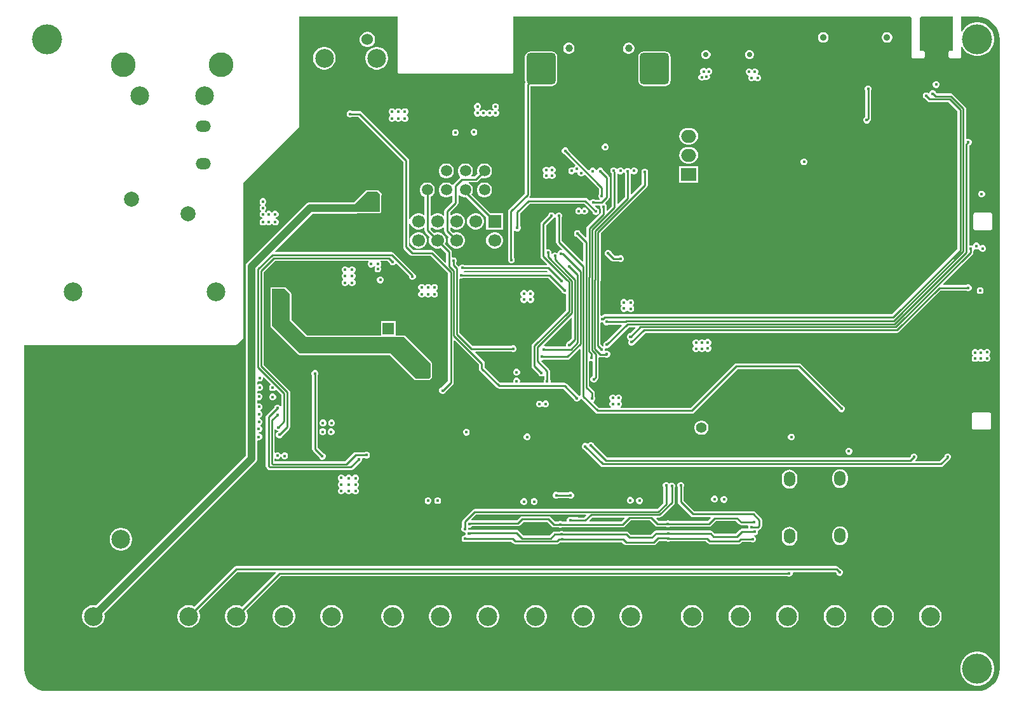
<source format=gbr>
%TF.GenerationSoftware,Altium Limited,Altium Designer,22.5.1 (42)*%
G04 Layer_Physical_Order=4*
G04 Layer_Color=16711680*
%FSLAX45Y45*%
%MOMM*%
%TF.SameCoordinates,BCC7A4F8-9605-4868-ACEC-D28EECC8EA53*%
%TF.FilePolarity,Positive*%
%TF.FileFunction,Copper,L4,Bot,Signal*%
%TF.Part,Single*%
G01*
G75*
%TA.AperFunction,Conductor*%
%ADD82C,0.25400*%
%ADD84C,1.00000*%
%TA.AperFunction,ComponentPad*%
%ADD85O,1.20000X2.00000*%
%ADD86O,1.20000X1.80000*%
%ADD87C,0.70002*%
%ADD88C,3.30002*%
%ADD89C,2.50000*%
%ADD90C,2.49936*%
%ADD91C,1.99898*%
%TA.AperFunction,ViaPad*%
%ADD92C,4.00000*%
%TA.AperFunction,ComponentPad*%
%ADD93R,2.00000X1.70000*%
%ADD94O,2.00000X1.70000*%
%ADD95C,1.00000*%
%ADD96C,1.52400*%
%ADD97O,1.52400X2.00000*%
%ADD98C,1.50800*%
%ADD99R,1.50800X1.50800*%
%ADD100C,1.70000*%
%ADD101R,1.70000X1.70000*%
%ADD102C,1.50000*%
%ADD103R,1.50000X1.50000*%
%ADD104C,0.90002*%
%ADD105C,1.40800*%
%ADD106O,2.00000X1.50000*%
%TA.AperFunction,ViaPad*%
%ADD107C,0.40000*%
%ADD108C,0.60960*%
%TA.AperFunction,SMDPad,CuDef*%
%ADD109O,3.90000X4.18000*%
G04:AMPARAMS|DCode=110|XSize=3.9mm|YSize=4.18mm|CornerRadius=0.4875mm|HoleSize=0mm|Usage=FLASHONLY|Rotation=0.000|XOffset=0mm|YOffset=0mm|HoleType=Round|Shape=RoundedRectangle|*
%AMROUNDEDRECTD110*
21,1,3.90000,3.20500,0,0,0.0*
21,1,2.92500,4.18000,0,0,0.0*
1,1,0.97500,1.46250,-1.60250*
1,1,0.97500,-1.46250,-1.60250*
1,1,0.97500,-1.46250,1.60250*
1,1,0.97500,1.46250,1.60250*
%
%ADD110ROUNDEDRECTD110*%
G36*
X12758526Y8994238D02*
X12814803Y8977166D01*
X12866669Y8949443D01*
X12912131Y8912135D01*
X12949438Y8866673D01*
X12977162Y8814807D01*
X12994234Y8758530D01*
X12999998Y8700002D01*
X13000000Y300002D01*
X12994237Y241475D01*
X12977164Y185197D01*
X12949442Y133331D01*
X12912132Y87870D01*
X12866672Y50561D01*
X12814806Y22838D01*
X12758528Y5767D01*
X12700000Y2D01*
X300000Y-0D01*
X241473Y5764D01*
X185195Y22836D01*
X133329Y50559D01*
X87868Y87868D01*
X50559Y133329D01*
X22836Y185195D01*
X5764Y241473D01*
X-0Y300000D01*
X-1Y4620410D01*
X2815980D01*
X2818220Y4620520D01*
X2822615Y4621394D01*
X2826754Y4623109D01*
X2830479Y4625598D01*
X2832141Y4627104D01*
X2832142D01*
X2914087Y4709049D01*
X2915621Y4710716D01*
X2918157Y4714465D01*
X2919905Y4718639D01*
X2920796Y4723076D01*
X2920907Y4725339D01*
X2920908Y4725339D01*
X2920910Y6781781D01*
X3654324Y7515195D01*
X3655831Y7516857D01*
X3658321Y7520583D01*
X3660036Y7524724D01*
X3660910Y7529119D01*
X3661020Y7531360D01*
X3661020Y7531360D01*
Y9000001D01*
X4974708Y9000001D01*
Y8262170D01*
X4976260Y8254367D01*
X4980681Y8247751D01*
X4987296Y8243330D01*
X4995100Y8241778D01*
X6494140D01*
X6501944Y8243330D01*
X6508559Y8247751D01*
X6512980Y8254367D01*
X6514532Y8262170D01*
Y9000001D01*
X11811039Y9000002D01*
X11823598Y8987302D01*
Y8467093D01*
X11825150Y8459289D01*
X11829571Y8452673D01*
X11836186Y8448253D01*
X11843990Y8446701D01*
X11903640D01*
X11904760Y8446478D01*
X11978920D01*
X11986724Y8448030D01*
X11993339Y8452451D01*
X11997760Y8459066D01*
X11999312Y8466870D01*
X11999312Y8524883D01*
X11998552Y8528703D01*
X11997763Y8532679D01*
X11997760Y8532683D01*
X11997759Y8532687D01*
X11995587Y8535938D01*
X11993345Y8539296D01*
X11993342Y8539299D01*
X11993339Y8539303D01*
X11989989Y8541541D01*
X11986732Y8543720D01*
X11986727Y8543720D01*
X11986723Y8543723D01*
X11982757Y8544512D01*
X11978929Y8545275D01*
X11936062Y8545295D01*
X11936062Y8987302D01*
X11948607Y9000002D01*
X12373458D01*
Y8555487D01*
X12364476Y8546509D01*
X12338954Y8546520D01*
X12338950Y8546519D01*
X12338945Y8546520D01*
X12335126Y8545761D01*
X12331150Y8544972D01*
X12331146Y8544969D01*
X12331141Y8544968D01*
X12327956Y8542840D01*
X12324532Y8540554D01*
X12324530Y8540550D01*
X12324526Y8540548D01*
X12322244Y8537133D01*
X12320109Y8533941D01*
X12320108Y8533936D01*
X12320105Y8533932D01*
X12319316Y8529965D01*
X12318553Y8526138D01*
X12318554Y8526133D01*
X12318553Y8526128D01*
Y8468083D01*
X12320105Y8460279D01*
X12324526Y8453664D01*
X12331141Y8449243D01*
X12338945Y8447691D01*
X12465530D01*
X12473334Y8449243D01*
X12479949Y8453664D01*
X12484370Y8460279D01*
X12485922Y8468083D01*
Y8595280D01*
X12498378Y8597757D01*
X12500251Y8593235D01*
X12524918Y8556318D01*
X12556314Y8524922D01*
X12593231Y8500255D01*
X12634251Y8483264D01*
X12677798Y8474602D01*
X12722198D01*
X12765745Y8483264D01*
X12806766Y8500255D01*
X12843681Y8524922D01*
X12875078Y8556318D01*
X12899745Y8593235D01*
X12916736Y8634255D01*
X12925398Y8677802D01*
Y8722202D01*
X12916736Y8765749D01*
X12899745Y8806769D01*
X12875078Y8843686D01*
X12843681Y8875082D01*
X12806766Y8899749D01*
X12765745Y8916740D01*
X12722198Y8925402D01*
X12677798D01*
X12634251Y8916740D01*
X12593231Y8899749D01*
X12556314Y8875082D01*
X12524918Y8843686D01*
X12500251Y8806769D01*
X12498378Y8802246D01*
X12485922Y8804724D01*
Y9000002D01*
X12699998D01*
X12758526Y8994238D01*
D02*
G37*
%LPC*%
G36*
X11506256Y8793728D02*
X11487719D01*
X11469814Y8788930D01*
X11453760Y8779662D01*
X11440653Y8766554D01*
X11431384Y8750501D01*
X11426586Y8732595D01*
Y8714058D01*
X11431384Y8696153D01*
X11440653Y8680099D01*
X11453760Y8666992D01*
X11469814Y8657723D01*
X11487719Y8652926D01*
X11506256D01*
X11524162Y8657723D01*
X11540215Y8666992D01*
X11553323Y8680099D01*
X11562591Y8696153D01*
X11567389Y8714058D01*
Y8732595D01*
X11562591Y8750501D01*
X11553323Y8766554D01*
X11540215Y8779662D01*
X11524162Y8788930D01*
X11506256Y8793728D01*
D02*
G37*
G36*
X10656271D02*
X10637734D01*
X10619828Y8788930D01*
X10603775Y8779662D01*
X10590667Y8766554D01*
X10581398Y8750501D01*
X10576601Y8732595D01*
Y8714058D01*
X10581398Y8696153D01*
X10590667Y8680099D01*
X10603775Y8666992D01*
X10619828Y8657723D01*
X10637734Y8652926D01*
X10656271D01*
X10674176Y8657723D01*
X10690230Y8666992D01*
X10703337Y8680099D01*
X10712606Y8696153D01*
X10717403Y8714058D01*
Y8732595D01*
X10712606Y8750501D01*
X10703337Y8766554D01*
X10690230Y8779662D01*
X10674176Y8788930D01*
X10656271Y8793728D01*
D02*
G37*
G36*
X4585767Y8798563D02*
X4559015D01*
X4533175Y8791639D01*
X4510007Y8778263D01*
X4491091Y8759346D01*
X4477715Y8736179D01*
X4470791Y8710338D01*
Y8683587D01*
X4477715Y8657746D01*
X4491091Y8634579D01*
X4510007Y8615662D01*
X4533175Y8602286D01*
X4559015Y8595363D01*
X4585767D01*
X4611607Y8602286D01*
X4634775Y8615662D01*
X4653691Y8634579D01*
X4667067Y8657746D01*
X4673991Y8683587D01*
Y8710338D01*
X4667067Y8736179D01*
X4653691Y8759346D01*
X4634775Y8778263D01*
X4611607Y8791639D01*
X4585767Y8798563D01*
D02*
G37*
G36*
X8065154Y8654729D02*
X8045301D01*
X8026124Y8649591D01*
X8008931Y8639665D01*
X7994892Y8625626D01*
X7984965Y8608433D01*
X7979827Y8589256D01*
Y8569403D01*
X7984965Y8550226D01*
X7994892Y8533033D01*
X8008931Y8518994D01*
X8026124Y8509068D01*
X8045301Y8503930D01*
X8065154D01*
X8084331Y8509068D01*
X8101524Y8518994D01*
X8115562Y8533033D01*
X8125489Y8550226D01*
X8130627Y8569403D01*
Y8589256D01*
X8125489Y8608433D01*
X8115562Y8625626D01*
X8101524Y8639665D01*
X8084331Y8649591D01*
X8065154Y8654729D01*
D02*
G37*
G36*
X7267137D02*
X7247283D01*
X7228107Y8649591D01*
X7210913Y8639665D01*
X7196875Y8625626D01*
X7186948Y8608433D01*
X7181810Y8589256D01*
Y8569403D01*
X7186948Y8550226D01*
X7196875Y8533033D01*
X7210913Y8518994D01*
X7228107Y8509068D01*
X7247283Y8503930D01*
X7267137D01*
X7286313Y8509068D01*
X7303507Y8518994D01*
X7317545Y8533033D01*
X7327472Y8550226D01*
X7332610Y8569403D01*
Y8589256D01*
X7327472Y8608433D01*
X7317545Y8625626D01*
X7303507Y8639665D01*
X7286313Y8649591D01*
X7267137Y8654729D01*
D02*
G37*
G36*
X9674540Y8555671D02*
X9650512D01*
X9628311Y8546475D01*
X9611320Y8529484D01*
X9602125Y8507284D01*
Y8483255D01*
X9611320Y8461055D01*
X9628311Y8444064D01*
X9650512Y8434869D01*
X9674540D01*
X9696741Y8444064D01*
X9713732Y8461055D01*
X9722927Y8483255D01*
Y8507284D01*
X9713732Y8529484D01*
X9696741Y8546475D01*
X9674540Y8555671D01*
D02*
G37*
G36*
X9096538D02*
X9072509D01*
X9050309Y8546475D01*
X9033318Y8529484D01*
X9024122Y8507284D01*
Y8483255D01*
X9033318Y8461055D01*
X9050309Y8444064D01*
X9072509Y8434869D01*
X9096538D01*
X9118738Y8444064D01*
X9135729Y8461055D01*
X9144925Y8483255D01*
Y8507284D01*
X9135729Y8529484D01*
X9118738Y8546475D01*
X9096538Y8555671D01*
D02*
G37*
G36*
X9132221Y8316460D02*
X9114159D01*
X9097473Y8309549D01*
X9087760Y8299836D01*
X9078047Y8309549D01*
X9061361Y8316460D01*
X9043299D01*
X9026613Y8309549D01*
X9013842Y8296777D01*
X9006930Y8280091D01*
Y8262029D01*
X9013842Y8245343D01*
X9007595Y8233629D01*
X9002564Y8231545D01*
X8989793Y8218774D01*
X8982881Y8202088D01*
Y8184026D01*
X8989793Y8167340D01*
X9002564Y8154569D01*
X9019250Y8147657D01*
X9037312D01*
X9053998Y8154569D01*
X9064036Y8164606D01*
X9065944Y8162698D01*
X9082630Y8155787D01*
X9100692D01*
X9117378Y8162698D01*
X9130149Y8175470D01*
X9137061Y8192156D01*
Y8210218D01*
X9135525Y8213927D01*
X9142626Y8229970D01*
X9148907Y8232572D01*
X9161678Y8245343D01*
X9168590Y8262029D01*
Y8280091D01*
X9161678Y8296777D01*
X9148907Y8309549D01*
X9132221Y8316460D01*
D02*
G37*
G36*
X4712197Y8597350D02*
X4682571D01*
X4653514Y8591570D01*
X4626143Y8580233D01*
X4601510Y8563773D01*
X4580561Y8542825D01*
X4564102Y8518191D01*
X4552764Y8490820D01*
X4546985Y8461763D01*
Y8432137D01*
X4552764Y8403080D01*
X4564102Y8375709D01*
X4580561Y8351076D01*
X4601510Y8330127D01*
X4626143Y8313668D01*
X4653514Y8302330D01*
X4682571Y8296551D01*
X4712197D01*
X4741254Y8302330D01*
X4768625Y8313668D01*
X4793259Y8330127D01*
X4814207Y8351076D01*
X4830667Y8375709D01*
X4842004Y8403080D01*
X4847784Y8432137D01*
Y8461763D01*
X4842004Y8490820D01*
X4830667Y8518191D01*
X4814207Y8542825D01*
X4793259Y8563773D01*
X4768625Y8580233D01*
X4741254Y8591570D01*
X4712197Y8597350D01*
D02*
G37*
G36*
X4012199D02*
X3982573D01*
X3953516Y8591570D01*
X3926145Y8580233D01*
X3901511Y8563773D01*
X3880563Y8542825D01*
X3864103Y8518191D01*
X3852766Y8490820D01*
X3846986Y8461763D01*
Y8432137D01*
X3852766Y8403080D01*
X3864103Y8375709D01*
X3880563Y8351076D01*
X3901511Y8330127D01*
X3926145Y8313668D01*
X3953516Y8302330D01*
X3982573Y8296551D01*
X4012199D01*
X4041256Y8302330D01*
X4068627Y8313668D01*
X4093260Y8330127D01*
X4114209Y8351076D01*
X4130668Y8375709D01*
X4142006Y8403080D01*
X4147785Y8432137D01*
Y8461763D01*
X4142006Y8490820D01*
X4130668Y8518191D01*
X4114209Y8542825D01*
X4093260Y8563773D01*
X4068627Y8580233D01*
X4041256Y8591570D01*
X4012199Y8597350D01*
D02*
G37*
G36*
X9744611Y8309410D02*
X9726549D01*
X9709863Y8302499D01*
X9705200Y8297836D01*
X9696903Y8289907D01*
X9688607Y8297836D01*
X9683944Y8302499D01*
X9667258Y8309410D01*
X9649196D01*
X9632510Y8302499D01*
X9619738Y8289727D01*
X9612827Y8273041D01*
Y8254979D01*
X9619738Y8238293D01*
X9632510Y8225522D01*
X9647665Y8219244D01*
X9650124Y8216352D01*
X9654416Y8205910D01*
X9649007Y8192851D01*
Y8174789D01*
X9655918Y8158103D01*
X9668690Y8145332D01*
X9685376Y8138420D01*
X9703438D01*
X9720124Y8145332D01*
X9724787Y8149995D01*
X9733083Y8157923D01*
X9741380Y8149995D01*
X9746043Y8145332D01*
X9762729Y8138420D01*
X9780791D01*
X9797477Y8145332D01*
X9810248Y8158103D01*
X9817160Y8174789D01*
Y8192851D01*
X9810248Y8209537D01*
X9797477Y8222308D01*
X9782322Y8228586D01*
X9779863Y8231478D01*
X9775571Y8241920D01*
X9780980Y8254979D01*
Y8273041D01*
X9774068Y8289727D01*
X9761297Y8302499D01*
X9744611Y8309410D01*
D02*
G37*
G36*
X8543720Y8535143D02*
X8251220D01*
X8233272Y8532780D01*
X8216548Y8525853D01*
X8202187Y8514833D01*
X8191167Y8500472D01*
X8184239Y8483747D01*
X8181876Y8465800D01*
Y8145300D01*
X8184239Y8127353D01*
X8191167Y8110628D01*
X8202187Y8096267D01*
X8216548Y8085247D01*
X8233272Y8078320D01*
X8251220Y8075957D01*
X8543720D01*
X8561667Y8078320D01*
X8578391Y8085247D01*
X8592753Y8096267D01*
X8603772Y8110628D01*
X8610700Y8127353D01*
X8613063Y8145300D01*
Y8465800D01*
X8610700Y8483747D01*
X8603772Y8500472D01*
X8592753Y8514833D01*
X8578391Y8525853D01*
X8561667Y8532780D01*
X8543720Y8535143D01*
D02*
G37*
G36*
X12162051Y8139780D02*
X12143989D01*
X12127303Y8132868D01*
X12114532Y8120097D01*
X12107620Y8103411D01*
Y8085349D01*
X12114532Y8068663D01*
X12127303Y8055892D01*
X12143989Y8048980D01*
X12162051D01*
X12178737Y8055892D01*
X12191509Y8068663D01*
X12198420Y8085349D01*
Y8103411D01*
X12191509Y8120097D01*
X12178737Y8132868D01*
X12162051Y8139780D01*
D02*
G37*
G36*
X5081421Y7778990D02*
X5063359D01*
X5046673Y7772078D01*
X5037591Y7762996D01*
X5029637Y7760595D01*
X5021683Y7762996D01*
X5012601Y7772078D01*
X4995915Y7778990D01*
X4977853D01*
X4961167Y7772078D01*
X4951763Y7762675D01*
X4943904Y7760532D01*
X4936044Y7762675D01*
X4926640Y7772078D01*
X4909954Y7778990D01*
X4891893D01*
X4875206Y7772078D01*
X4862435Y7759307D01*
X4855523Y7742621D01*
Y7724559D01*
X4862435Y7707873D01*
X4875206Y7695102D01*
X4877267Y7694248D01*
Y7680502D01*
X4875206Y7679648D01*
X4862435Y7666877D01*
X4855523Y7650191D01*
Y7632129D01*
X4862435Y7615443D01*
X4875206Y7602672D01*
X4891893Y7595760D01*
X4909954D01*
X4926640Y7602672D01*
X4936044Y7612075D01*
X4943904Y7614218D01*
X4951763Y7612075D01*
X4961167Y7602672D01*
X4977853Y7595760D01*
X4995915D01*
X5012601Y7602672D01*
X5021683Y7611754D01*
X5029637Y7614155D01*
X5037591Y7611754D01*
X5046673Y7602672D01*
X5063359Y7595760D01*
X5081421D01*
X5098107Y7602672D01*
X5110879Y7615443D01*
X5117790Y7632129D01*
Y7650191D01*
X5110879Y7666877D01*
X5098107Y7679648D01*
X5096047Y7680502D01*
Y7694248D01*
X5098107Y7695102D01*
X5110879Y7707873D01*
X5117790Y7724559D01*
Y7742621D01*
X5110879Y7759307D01*
X5098107Y7772078D01*
X5081421Y7778990D01*
D02*
G37*
G36*
X6047221Y7849196D02*
X6029159D01*
X6012473Y7842285D01*
X5999702Y7829513D01*
X5992790Y7812827D01*
Y7794765D01*
X5999702Y7778079D01*
X6010785Y7766996D01*
X6011738Y7759628D01*
X6010785Y7752261D01*
X5999702Y7741177D01*
X5992790Y7724491D01*
Y7706429D01*
X5999702Y7689743D01*
X6012473Y7676972D01*
X6029159Y7670060D01*
X6047221D01*
X6063907Y7676972D01*
X6070540Y7683605D01*
X6078837Y7688476D01*
X6087133Y7683605D01*
X6093766Y7676972D01*
X6110453Y7670060D01*
X6128514D01*
X6145200Y7676972D01*
X6151833Y7683605D01*
X6160130Y7688476D01*
X6168427Y7683605D01*
X6175060Y7676972D01*
X6191746Y7670060D01*
X6209807D01*
X6226494Y7676972D01*
X6233126Y7683605D01*
X6241423Y7688476D01*
X6249720Y7683605D01*
X6256353Y7676972D01*
X6273039Y7670060D01*
X6291100D01*
X6307787Y7676972D01*
X6320558Y7689743D01*
X6327470Y7706429D01*
Y7724491D01*
X6320558Y7741177D01*
X6311087Y7750648D01*
X6308145Y7755657D01*
X6310441Y7766596D01*
X6317718Y7773873D01*
X6324630Y7790559D01*
Y7808621D01*
X6317718Y7825307D01*
X6304947Y7838078D01*
X6288261Y7844990D01*
X6270199D01*
X6253513Y7838078D01*
X6240742Y7825307D01*
X6233830Y7808621D01*
Y7790559D01*
X6240742Y7773873D01*
X6250213Y7764402D01*
X6252377Y7760718D01*
X6248922Y7748550D01*
X6238847Y7743957D01*
X6233126Y7747315D01*
X6226494Y7753948D01*
X6209807Y7760860D01*
X6191746D01*
X6175060Y7753948D01*
X6168427Y7747315D01*
X6160130Y7742445D01*
X6151833Y7747315D01*
X6145200Y7753948D01*
X6128514Y7760860D01*
X6110453D01*
X6093766Y7753948D01*
X6087133Y7747315D01*
X6078837Y7742445D01*
X6070540Y7747315D01*
X6065595Y7752261D01*
X6064642Y7759628D01*
X6065595Y7766996D01*
X6076678Y7778079D01*
X6083590Y7794765D01*
Y7812827D01*
X6076678Y7829513D01*
X6063907Y7842285D01*
X6047221Y7849196D01*
D02*
G37*
G36*
X11253761Y8080360D02*
X11235699D01*
X11219013Y8073448D01*
X11206242Y8060677D01*
X11199330Y8043991D01*
Y8025929D01*
X11205884Y8010108D01*
Y7660178D01*
X11201803Y7658488D01*
X11189032Y7645717D01*
X11182120Y7629031D01*
Y7610969D01*
X11189032Y7594283D01*
X11201803Y7581512D01*
X11218489Y7574600D01*
X11236551D01*
X11253237Y7581512D01*
X11266008Y7594283D01*
X11272920Y7610969D01*
Y7614771D01*
X11280620Y7626295D01*
X11283577Y7641161D01*
Y8010108D01*
X11290130Y8025929D01*
Y8043991D01*
X11283218Y8060677D01*
X11270447Y8073448D01*
X11253761Y8080360D01*
D02*
G37*
G36*
X6001011Y7505890D02*
X5982949D01*
X5966263Y7498978D01*
X5953492Y7486207D01*
X5946580Y7469521D01*
Y7451459D01*
X5953492Y7434773D01*
X5966263Y7422002D01*
X5982949Y7415090D01*
X6001011D01*
X6017697Y7422002D01*
X6030469Y7434773D01*
X6037380Y7451459D01*
Y7469521D01*
X6030469Y7486207D01*
X6017697Y7498978D01*
X6001011Y7505890D01*
D02*
G37*
G36*
X5753881Y7499410D02*
X5735819D01*
X5719133Y7492498D01*
X5706362Y7479727D01*
X5699450Y7463041D01*
Y7444979D01*
X5706362Y7428293D01*
X5719133Y7415522D01*
X5735819Y7408610D01*
X5753881D01*
X5770567Y7415522D01*
X5783338Y7428293D01*
X5790250Y7444979D01*
Y7463041D01*
X5783338Y7479727D01*
X5770567Y7492498D01*
X5753881Y7499410D01*
D02*
G37*
G36*
X8868710Y7517203D02*
X8838710D01*
X8809890Y7513408D01*
X8783033Y7502284D01*
X8759972Y7484588D01*
X8742276Y7461526D01*
X8731151Y7434670D01*
X8727357Y7405850D01*
X8731151Y7377030D01*
X8742276Y7350174D01*
X8759972Y7327112D01*
X8783033Y7309416D01*
X8809890Y7298292D01*
X8838710Y7294497D01*
X8868710D01*
X8897530Y7298292D01*
X8924387Y7309416D01*
X8947448Y7327112D01*
X8965144Y7350174D01*
X8976269Y7377030D01*
X8980063Y7405850D01*
X8976269Y7434670D01*
X8965144Y7461526D01*
X8947448Y7484588D01*
X8924387Y7502284D01*
X8897530Y7513408D01*
X8868710Y7517203D01*
D02*
G37*
G36*
X7748871Y7307720D02*
X7730809D01*
X7714123Y7300808D01*
X7701352Y7288037D01*
X7694440Y7271351D01*
Y7253289D01*
X7701352Y7236603D01*
X7714123Y7223832D01*
X7730809Y7216920D01*
X7748871D01*
X7765557Y7223832D01*
X7778328Y7236603D01*
X7785240Y7253289D01*
Y7271351D01*
X7778328Y7288037D01*
X7765557Y7300808D01*
X7748871Y7307720D01*
D02*
G37*
G36*
X8868710Y7263203D02*
X8838710D01*
X8809890Y7259408D01*
X8783033Y7248284D01*
X8759972Y7230588D01*
X8742276Y7207526D01*
X8731151Y7180670D01*
X8727357Y7151850D01*
X8731151Y7123030D01*
X8742276Y7096174D01*
X8759972Y7073112D01*
X8783033Y7055416D01*
X8809890Y7044292D01*
X8838710Y7040497D01*
X8868710D01*
X8897530Y7044292D01*
X8924387Y7055416D01*
X8947448Y7073112D01*
X8965144Y7096174D01*
X8976269Y7123030D01*
X8980063Y7151850D01*
X8976269Y7180670D01*
X8965144Y7207526D01*
X8947448Y7230588D01*
X8924387Y7248284D01*
X8897530Y7259408D01*
X8868710Y7263203D01*
D02*
G37*
G36*
X10400771Y7109380D02*
X10382709D01*
X10366023Y7102468D01*
X10353252Y7089697D01*
X10346340Y7073011D01*
Y7054949D01*
X10353252Y7038263D01*
X10366023Y7025492D01*
X10382709Y7018580D01*
X10400771D01*
X10417457Y7025492D01*
X10430228Y7038263D01*
X10437140Y7054949D01*
Y7073011D01*
X10430228Y7089697D01*
X10417457Y7102468D01*
X10400771Y7109380D01*
D02*
G37*
G36*
X7042691Y7001960D02*
X7024629D01*
X7007943Y6995048D01*
X6995172Y6982277D01*
X6984728Y6988427D01*
X6980507Y6992648D01*
X6963821Y6999560D01*
X6945759D01*
X6929073Y6992648D01*
X6916302Y6979877D01*
X6909390Y6963191D01*
Y6945129D01*
X6916302Y6928443D01*
X6928470Y6916275D01*
X6918152Y6905957D01*
X6911240Y6889271D01*
Y6871209D01*
X6918152Y6854523D01*
X6930923Y6841752D01*
X6947609Y6834840D01*
X6965671D01*
X6982357Y6841752D01*
X6986803Y6846198D01*
X6995772Y6853823D01*
X7008543Y6841052D01*
X7025229Y6834140D01*
X7043291D01*
X7059977Y6841052D01*
X7072748Y6853823D01*
X7079660Y6870509D01*
Y6888571D01*
X7072748Y6905257D01*
X7059977Y6918028D01*
X7059870Y6918565D01*
X7072148Y6930843D01*
X7079060Y6947529D01*
Y6965591D01*
X7072148Y6982277D01*
X7059377Y6995048D01*
X7042691Y7001960D01*
D02*
G37*
G36*
X7033720Y8535143D02*
X6741220D01*
X6723273Y8532780D01*
X6706548Y8525853D01*
X6692187Y8514833D01*
X6681167Y8500472D01*
X6674240Y8483747D01*
X6671877Y8465800D01*
Y8145300D01*
X6674240Y8127353D01*
X6677610Y8119215D01*
X6670943Y8109237D01*
X6667986Y8094371D01*
Y6644093D01*
X6456762Y6432869D01*
X6448341Y6420266D01*
X6445384Y6405400D01*
Y5766910D01*
X6446200Y5762806D01*
Y5746559D01*
X6453112Y5729873D01*
X6465883Y5717102D01*
X6482569Y5710190D01*
X6500631D01*
X6517317Y5717102D01*
X6530088Y5729873D01*
X6537000Y5746559D01*
Y5764621D01*
X6530088Y5781307D01*
X6523077Y5788319D01*
Y6149094D01*
X6535777Y6153768D01*
X6545243Y6144302D01*
X6561929Y6137390D01*
X6579991D01*
X6596677Y6144302D01*
X6609448Y6157073D01*
X6616360Y6173759D01*
Y6191821D01*
X6609806Y6207642D01*
Y6376259D01*
X6738571Y6505024D01*
X7459709D01*
X7571558Y6393175D01*
X7578112Y6377353D01*
X7590883Y6364582D01*
X7607569Y6357670D01*
X7625631D01*
X7642317Y6364582D01*
X7655088Y6377353D01*
X7662000Y6394039D01*
Y6412101D01*
X7655088Y6428787D01*
X7642317Y6441558D01*
X7626495Y6448112D01*
X7605027Y6469580D01*
X7610665Y6481902D01*
X7668456D01*
X7672880Y6475280D01*
Y6457219D01*
X7679792Y6440533D01*
X7682227Y6438098D01*
Y6409746D01*
X7683474Y6403479D01*
Y6381693D01*
X7502201Y6200420D01*
X7493781Y6187817D01*
X7490823Y6172952D01*
Y6058692D01*
X7479090Y6053832D01*
X7415195Y6117727D01*
X7408642Y6133549D01*
X7395870Y6146320D01*
X7379184Y6153232D01*
X7361122D01*
X7344436Y6146320D01*
X7331665Y6133549D01*
X7324753Y6116862D01*
Y6098801D01*
X7331665Y6082115D01*
X7344436Y6069343D01*
X7360258Y6062790D01*
X7449384Y5973664D01*
Y5740277D01*
X7437650Y5735417D01*
X7163526Y6009541D01*
Y6319508D01*
X7170080Y6335329D01*
Y6353391D01*
X7163168Y6370077D01*
X7150397Y6382848D01*
X7133711Y6389760D01*
X7115649D01*
X7098963Y6382848D01*
X7086192Y6370077D01*
X7083109Y6362635D01*
X7069363D01*
X7065588Y6371747D01*
X7052817Y6384518D01*
X7036130Y6391430D01*
X7018069D01*
X7001383Y6384518D01*
X6988611Y6371747D01*
X6982058Y6355926D01*
X6889882Y6263749D01*
X6881461Y6251146D01*
X6878504Y6236280D01*
Y5802841D01*
X6881461Y5787975D01*
X6889882Y5775372D01*
X6966594Y5698660D01*
X6961733Y5686927D01*
X5862262D01*
X5846441Y5693480D01*
X5828379D01*
X5811693Y5686569D01*
X5798922Y5673797D01*
X5798672Y5673196D01*
X5795436Y5671619D01*
X5783933Y5670798D01*
X5756707Y5698025D01*
Y5720196D01*
X5763260Y5736018D01*
Y5754079D01*
X5756348Y5770766D01*
X5743577Y5783537D01*
X5726891Y5790449D01*
X5708830D01*
X5698607Y5797279D01*
Y5860140D01*
X5695650Y5875006D01*
X5687229Y5887609D01*
X5605487Y5969351D01*
X5607436Y5972727D01*
X5614960Y6000806D01*
Y6029874D01*
X5607436Y6057953D01*
X5592902Y6083127D01*
X5572347Y6103682D01*
X5547173Y6118216D01*
X5519094Y6125740D01*
X5490026D01*
X5461947Y6118216D01*
X5458570Y6116267D01*
X5412506Y6162331D01*
Y6187304D01*
X5425206Y6192564D01*
X5436773Y6180998D01*
X5461947Y6166464D01*
X5490026Y6158940D01*
X5519094D01*
X5547173Y6166464D01*
X5572347Y6180998D01*
X5583914Y6192564D01*
X5596614Y6187304D01*
Y6138440D01*
X5599571Y6123574D01*
X5607992Y6110971D01*
X5657633Y6061330D01*
X5655684Y6057953D01*
X5648160Y6029874D01*
Y6000806D01*
X5655684Y5972727D01*
X5670218Y5947553D01*
X5690773Y5926998D01*
X5715947Y5912464D01*
X5744026Y5904940D01*
X5773094D01*
X5801173Y5912464D01*
X5826347Y5926998D01*
X5846902Y5947553D01*
X5861436Y5972727D01*
X5868960Y6000806D01*
Y6029874D01*
X5861436Y6057953D01*
X5846902Y6083127D01*
X5826347Y6103682D01*
X5801173Y6118216D01*
X5773094Y6125740D01*
X5744026D01*
X5715947Y6118216D01*
X5712570Y6116267D01*
X5674307Y6154530D01*
Y6180871D01*
X5686040Y6185731D01*
X5690773Y6180998D01*
X5715947Y6166464D01*
X5744026Y6158940D01*
X5773094D01*
X5801173Y6166464D01*
X5826347Y6180998D01*
X5846902Y6201553D01*
X5861436Y6226727D01*
X5868960Y6254806D01*
Y6283874D01*
X5861436Y6311953D01*
X5846902Y6337127D01*
X5826347Y6357682D01*
X5801173Y6372216D01*
X5773094Y6379740D01*
X5744026D01*
X5715947Y6372216D01*
X5690773Y6357682D01*
X5686040Y6352949D01*
X5674307Y6357809D01*
Y6390989D01*
X5772439Y6489120D01*
X5780859Y6501723D01*
X5783816Y6516589D01*
Y6624826D01*
X5796516Y6628230D01*
X5797190Y6627063D01*
X5815883Y6608370D01*
X5838777Y6595152D01*
X5864312Y6588310D01*
X5890748D01*
X5892250Y6588713D01*
X6156160Y6324803D01*
Y6158940D01*
X6376960D01*
Y6379740D01*
X6211097D01*
X5960031Y6630806D01*
X5971088Y6649957D01*
X5977930Y6675492D01*
Y6701928D01*
X5971088Y6727463D01*
X5957870Y6750357D01*
X5939177Y6769050D01*
X5923565Y6778063D01*
X5926969Y6790763D01*
X6018430D01*
X6033296Y6793720D01*
X6045898Y6802141D01*
X6092881Y6849124D01*
X6118312Y6842310D01*
X6144748D01*
X6170283Y6849152D01*
X6193177Y6862370D01*
X6211870Y6881063D01*
X6225088Y6903957D01*
X6231930Y6929492D01*
Y6955928D01*
X6225088Y6981463D01*
X6211870Y7004357D01*
X6193177Y7023050D01*
X6170283Y7036268D01*
X6144748Y7043110D01*
X6118312D01*
X6092777Y7036268D01*
X6069883Y7023050D01*
X6051190Y7004357D01*
X6037972Y6981463D01*
X6031130Y6955928D01*
Y6929492D01*
X6037944Y6904061D01*
X6002339Y6868456D01*
X5961857D01*
X5956997Y6880190D01*
X5957870Y6881063D01*
X5971088Y6903957D01*
X5977930Y6929492D01*
Y6955928D01*
X5971088Y6981463D01*
X5957870Y7004357D01*
X5939177Y7023050D01*
X5916283Y7036268D01*
X5890748Y7043110D01*
X5864312D01*
X5838777Y7036268D01*
X5815883Y7023050D01*
X5797190Y7004357D01*
X5783972Y6981463D01*
X5777130Y6955928D01*
Y6929492D01*
X5783972Y6903957D01*
X5797190Y6881063D01*
X5807711Y6870542D01*
X5806713Y6860414D01*
X5804223Y6856070D01*
X5717501Y6769348D01*
X5711629Y6760559D01*
X5699439Y6757599D01*
X5696356Y6757871D01*
X5685177Y6769050D01*
X5662283Y6782268D01*
X5636748Y6789110D01*
X5610312D01*
X5584777Y6782268D01*
X5561883Y6769050D01*
X5543190Y6750357D01*
X5529972Y6727463D01*
X5523130Y6701928D01*
Y6675492D01*
X5529972Y6649957D01*
X5543190Y6627063D01*
X5561883Y6608370D01*
X5584777Y6595152D01*
X5610312Y6588310D01*
X5636748D01*
X5662283Y6595152D01*
X5685177Y6608370D01*
X5693423Y6616616D01*
X5706123Y6611356D01*
Y6532680D01*
X5607992Y6434548D01*
X5599571Y6421945D01*
X5596614Y6407079D01*
Y6351376D01*
X5583914Y6346116D01*
X5572347Y6357682D01*
X5547173Y6372216D01*
X5519094Y6379740D01*
X5490026D01*
X5461947Y6372216D01*
X5436773Y6357682D01*
X5425206Y6346116D01*
X5412506Y6351376D01*
Y6597591D01*
X5431177Y6608370D01*
X5449870Y6627063D01*
X5463088Y6649957D01*
X5469930Y6675492D01*
Y6701928D01*
X5463088Y6727463D01*
X5449870Y6750357D01*
X5431177Y6769050D01*
X5408283Y6782268D01*
X5382748Y6789110D01*
X5356312D01*
X5330777Y6782268D01*
X5307883Y6769050D01*
X5289190Y6750357D01*
X5275972Y6727463D01*
X5269130Y6701928D01*
Y6675492D01*
X5275972Y6649957D01*
X5289190Y6627063D01*
X5307883Y6608370D01*
X5330777Y6595152D01*
X5334813Y6594071D01*
Y6357809D01*
X5323080Y6352949D01*
X5318347Y6357682D01*
X5293173Y6372216D01*
X5265094Y6379740D01*
X5236026D01*
X5207947Y6372216D01*
X5182773Y6357682D01*
X5162218Y6337127D01*
X5147684Y6311953D01*
X5140160Y6283874D01*
Y6254806D01*
X5147684Y6226727D01*
X5162218Y6201553D01*
X5182773Y6180998D01*
X5207947Y6166464D01*
X5236026Y6158940D01*
X5265094D01*
X5293173Y6166464D01*
X5318347Y6180998D01*
X5323080Y6185731D01*
X5334813Y6180871D01*
Y6146240D01*
X5337770Y6131374D01*
X5346191Y6118772D01*
X5403633Y6061330D01*
X5401684Y6057953D01*
X5394160Y6029874D01*
Y6000806D01*
X5401684Y5972727D01*
X5416218Y5947553D01*
X5436773Y5926998D01*
X5461947Y5912464D01*
X5490026Y5904940D01*
X5519094D01*
X5547173Y5912464D01*
X5550549Y5914413D01*
X5620914Y5844049D01*
Y5726256D01*
X5609180Y5721395D01*
X5455647Y5874929D01*
X5443044Y5883349D01*
X5428179Y5886306D01*
X5182941D01*
X5126757Y5942491D01*
Y7077760D01*
X5123800Y7092626D01*
X5115379Y7105229D01*
X4490819Y7729789D01*
X4478216Y7738210D01*
X4463350Y7741167D01*
X4364652D01*
X4348831Y7747720D01*
X4330769D01*
X4314083Y7740808D01*
X4301312Y7728037D01*
X4294400Y7711351D01*
Y7693289D01*
X4301312Y7676603D01*
X4314083Y7663832D01*
X4330769Y7656920D01*
X4348831D01*
X4364652Y7663474D01*
X4447259D01*
X5049064Y7061669D01*
Y5926400D01*
X5052021Y5911534D01*
X5060441Y5898932D01*
X5139382Y5819991D01*
X5151984Y5811571D01*
X5166850Y5808613D01*
X5412088D01*
X5644634Y5576068D01*
Y4136095D01*
X5644528Y4135989D01*
X5639446Y4132593D01*
X5564375Y4057522D01*
X5548553Y4050968D01*
X5535782Y4038197D01*
X5528870Y4021511D01*
Y4003449D01*
X5535782Y3986763D01*
X5548553Y3973992D01*
X5565239Y3967080D01*
X5583301D01*
X5599987Y3973992D01*
X5612758Y3986763D01*
X5619312Y4002585D01*
X5690988Y4074261D01*
X5696070Y4077656D01*
X5710949Y4092535D01*
X5719370Y4105138D01*
X5722327Y4120004D01*
Y4676514D01*
X5734060Y4681375D01*
X6056425Y4359009D01*
Y4306703D01*
X6059382Y4291837D01*
X6067803Y4279234D01*
X6298495Y4048542D01*
X6311098Y4040121D01*
X6325964Y4037164D01*
X7183432D01*
X7321018Y3899578D01*
X7327571Y3883757D01*
X7340342Y3870985D01*
X7357029Y3864074D01*
X7375090D01*
X7391776Y3870985D01*
X7404548Y3883757D01*
X7411459Y3900443D01*
Y3901786D01*
X7418029Y3905360D01*
X7424159Y3906383D01*
X7615151Y3715391D01*
X7627754Y3706970D01*
X7642619Y3704013D01*
X8899350D01*
X8914216Y3706970D01*
X8926819Y3715391D01*
X9507241Y4295814D01*
X10309079D01*
X10845839Y3759054D01*
X10852392Y3743233D01*
X10865163Y3730462D01*
X10881849Y3723550D01*
X10899911D01*
X10916597Y3730462D01*
X10929369Y3743233D01*
X10936280Y3759919D01*
Y3777981D01*
X10929369Y3794667D01*
X10916597Y3807438D01*
X10900776Y3813992D01*
X10352639Y4362129D01*
X10340036Y4370550D01*
X10325170Y4373507D01*
X9491150D01*
X9476284Y4370550D01*
X9463682Y4362129D01*
X8883259Y3781706D01*
X7946765D01*
X7944239Y3794406D01*
X7945837Y3795069D01*
X7958608Y3807840D01*
X7965520Y3824526D01*
Y3842588D01*
X7958608Y3859274D01*
X7952431Y3865452D01*
X7946960Y3873749D01*
X7952431Y3882045D01*
X7958608Y3888223D01*
X7965520Y3904909D01*
Y3922971D01*
X7958608Y3939657D01*
X7945837Y3952428D01*
X7929151Y3959340D01*
X7911089D01*
X7894403Y3952428D01*
X7889207Y3947232D01*
X7880910Y3940263D01*
X7872613Y3947232D01*
X7867417Y3952428D01*
X7850731Y3959340D01*
X7832669D01*
X7815983Y3952428D01*
X7803212Y3939657D01*
X7796300Y3922971D01*
Y3904909D01*
X7803212Y3888223D01*
X7809390Y3882045D01*
X7814860Y3873748D01*
X7809390Y3865452D01*
X7803212Y3859274D01*
X7796300Y3842588D01*
Y3824526D01*
X7803212Y3807840D01*
X7815983Y3795069D01*
X7817582Y3794406D01*
X7815055Y3781706D01*
X7658710D01*
X7586768Y3853648D01*
X7589167Y3865707D01*
X7601938Y3878478D01*
X7608850Y3895164D01*
Y3913226D01*
X7602296Y3929048D01*
Y3978645D01*
X7599339Y3993510D01*
X7590919Y4006113D01*
X7527077Y4069955D01*
Y4401133D01*
X7539777Y4409620D01*
X7548249Y4406110D01*
X7566310D01*
X7576533Y4399279D01*
Y4207375D01*
X7562053Y4201377D01*
X7549282Y4188605D01*
X7542370Y4171919D01*
Y4153858D01*
X7549282Y4137171D01*
X7562053Y4124400D01*
X7578739Y4117488D01*
X7596801D01*
X7613487Y4124400D01*
X7626258Y4137171D01*
X7632812Y4152993D01*
X7642849Y4163030D01*
X7651269Y4175632D01*
X7654227Y4190498D01*
Y4448141D01*
X7666927Y4457485D01*
X7673870Y4456104D01*
X7739800D01*
X7753859Y4450280D01*
X7771921D01*
X7788607Y4457192D01*
X7801378Y4469963D01*
X7808290Y4486649D01*
Y4504711D01*
X7801378Y4521397D01*
X7788607Y4534168D01*
X7771921Y4541080D01*
X7753859D01*
X7747592Y4538484D01*
X7737871Y4548204D01*
X7739170Y4551339D01*
Y4569401D01*
X7738826Y4570230D01*
X7748547Y4579951D01*
X7753859Y4577750D01*
X7771921D01*
X7788607Y4584662D01*
X7801378Y4597433D01*
X7807932Y4613255D01*
X8053211Y4858534D01*
X8137923D01*
X8142783Y4846800D01*
X8071723Y4775740D01*
X8068279D01*
X8051592Y4768828D01*
X8038821Y4756057D01*
X8031910Y4739371D01*
Y4721309D01*
X8038821Y4704623D01*
X8051592Y4691852D01*
X8052994Y4677525D01*
X8047910Y4665251D01*
Y4647189D01*
X8054822Y4630503D01*
X8067593Y4617732D01*
X8084279Y4610820D01*
X8102341D01*
X8119027Y4617732D01*
X8131798Y4630503D01*
X8138352Y4646325D01*
X8274361Y4782334D01*
X11631092D01*
X11645957Y4785291D01*
X11658560Y4793712D01*
X12209252Y5344404D01*
X12555398D01*
X12571219Y5337850D01*
X12589281D01*
X12605967Y5344762D01*
X12618739Y5357533D01*
X12625650Y5374219D01*
Y5392281D01*
X12618739Y5408967D01*
X12605967Y5421738D01*
X12589281Y5428650D01*
X12571219D01*
X12555398Y5422097D01*
X12249657D01*
X12244797Y5433830D01*
X12638685Y5827718D01*
X12647106Y5840321D01*
X12650063Y5855187D01*
Y5874268D01*
X12652498Y5876703D01*
X12659410Y5893389D01*
X12672110Y5899307D01*
X12679052Y5896432D01*
X12697113D01*
X12712650Y5902868D01*
X12725350Y5898301D01*
Y5897079D01*
X12732262Y5880393D01*
X12745033Y5867622D01*
X12761719Y5860710D01*
X12779781D01*
X12796467Y5867622D01*
X12809239Y5880393D01*
X12816150Y5897079D01*
Y5915141D01*
X12809239Y5931827D01*
X12796467Y5944598D01*
X12779781Y5951510D01*
X12761719D01*
X12746182Y5945074D01*
X12733482Y5949641D01*
Y5950863D01*
X12726571Y5967549D01*
X12713799Y5980321D01*
X12697113Y5987232D01*
X12679052D01*
X12662365Y5980321D01*
X12649594Y5967549D01*
X12642682Y5950863D01*
X12629982Y5944945D01*
X12623041Y5947820D01*
X12604979D01*
X12601526Y5946390D01*
X12590967Y5953446D01*
Y7280939D01*
X12591125Y7281098D01*
X12606947Y7287652D01*
X12619718Y7300423D01*
X12626630Y7317109D01*
Y7335171D01*
X12619718Y7351857D01*
X12606947Y7364628D01*
X12590261Y7371540D01*
X12572199D01*
X12563017Y7367736D01*
X12550317Y7376025D01*
Y7775470D01*
X12547359Y7790336D01*
X12538939Y7802939D01*
X12376109Y7965769D01*
X12363506Y7974190D01*
X12348640Y7977147D01*
X12163779D01*
X12149491Y7991434D01*
X12145731Y8000512D01*
X12132960Y8013283D01*
X12116273Y8020195D01*
X12098212D01*
X12081526Y8013283D01*
X12068754Y8000512D01*
X12061843Y7983826D01*
X12049143Y7979853D01*
X12044337Y7984658D01*
X12027651Y7991570D01*
X12009589D01*
X11992903Y7984658D01*
X11980132Y7971887D01*
X11973220Y7955201D01*
Y7937139D01*
X11980132Y7920453D01*
X11992903Y7907682D01*
X12008803Y7901096D01*
X12037167Y7872732D01*
X12049770Y7864311D01*
X12064636Y7861354D01*
X12316768D01*
X12434524Y7743598D01*
Y5898931D01*
X11565880Y5030287D01*
X7731741D01*
X7716875Y5027330D01*
X7704272Y5018909D01*
X7696483Y5011120D01*
X7693339D01*
X7690036Y5009752D01*
X7679477Y5016808D01*
Y5462568D01*
X7679859Y5463141D01*
X7682816Y5478007D01*
Y6109516D01*
X8296152Y6722851D01*
X8304572Y6735454D01*
X8307529Y6750320D01*
Y6901251D01*
X8314083Y6917073D01*
Y6935134D01*
X8307171Y6951820D01*
X8294400Y6964592D01*
X8277714Y6971503D01*
X8259652D01*
X8242966Y6964592D01*
X8230195Y6951820D01*
X8223283Y6935134D01*
Y6917073D01*
X8229836Y6901251D01*
Y6766411D01*
X8091880Y6628454D01*
X8080147Y6633314D01*
Y6909494D01*
X8092847Y6914508D01*
X8102073Y6905282D01*
X8118759Y6898370D01*
X8136821D01*
X8153507Y6905282D01*
X8166278Y6918053D01*
X8173190Y6934739D01*
Y6952801D01*
X8166278Y6969487D01*
X8153507Y6982258D01*
X8136821Y6989170D01*
X8118759D01*
X8102073Y6982258D01*
X8089302Y6969487D01*
X8088904Y6968527D01*
X8085158Y6967131D01*
X8074396Y6966689D01*
X8064224Y6976862D01*
X8047537Y6983773D01*
X8029476D01*
X8012790Y6976862D01*
X8000018Y6964090D01*
X7998784Y6961111D01*
X7985038D01*
X7981568Y6969487D01*
X7968797Y6982258D01*
X7952111Y6989170D01*
X7934049D01*
X7917363Y6982258D01*
X7905535Y6970430D01*
X7892036Y6969834D01*
X7891869Y6970237D01*
X7879097Y6983008D01*
X7862411Y6989920D01*
X7844350D01*
X7827663Y6983008D01*
X7814892Y6970237D01*
X7807980Y6953551D01*
Y6935489D01*
X7814892Y6918803D01*
X7824174Y6909521D01*
Y6468511D01*
X7772620Y6416957D01*
X7759920Y6422218D01*
Y6448142D01*
X7763680Y6457219D01*
Y6475281D01*
X7756768Y6491967D01*
X7743997Y6504738D01*
X7743449Y6504965D01*
X7740971Y6517422D01*
X7789209Y6565659D01*
X7797630Y6578262D01*
X7800587Y6593128D01*
Y6853950D01*
X7797630Y6868816D01*
X7789209Y6881419D01*
X7719312Y6951315D01*
X7712759Y6967137D01*
X7699987Y6979908D01*
X7683301Y6986820D01*
X7665239D01*
X7648553Y6979908D01*
X7635782Y6967137D01*
X7631765Y6957440D01*
X7618019D01*
X7614528Y6965867D01*
X7601757Y6978638D01*
X7585071Y6985550D01*
X7567009D01*
X7550323Y6978638D01*
X7537552Y6965867D01*
X7533717Y6956611D01*
X7518907Y6953461D01*
X7251952Y7220415D01*
X7245399Y7236237D01*
X7232627Y7249008D01*
X7215941Y7255920D01*
X7197879D01*
X7181193Y7249008D01*
X7168422Y7236237D01*
X7161510Y7219551D01*
Y7201489D01*
X7168422Y7184803D01*
X7181193Y7172032D01*
X7197015Y7165478D01*
X7342813Y7019680D01*
X7340414Y7007621D01*
X7327643Y6994850D01*
X7322383Y6982151D01*
X7319757Y6981628D01*
X7303071Y6988540D01*
X7285009D01*
X7268323Y6981628D01*
X7255552Y6968857D01*
X7248640Y6952171D01*
Y6934109D01*
X7255552Y6917423D01*
X7268323Y6904652D01*
X7285009Y6897740D01*
X7303071D01*
X7319757Y6904652D01*
X7332528Y6917423D01*
X7337788Y6930122D01*
X7340415Y6930644D01*
X7357101Y6923733D01*
X7374682D01*
Y6906152D01*
X7381594Y6889465D01*
X7394365Y6876694D01*
X7411051Y6869782D01*
X7429113D01*
X7445799Y6876694D01*
X7456819Y6887713D01*
X7465547Y6890853D01*
X7470629Y6891864D01*
X7657958Y6704534D01*
Y6635210D01*
X7651405Y6619389D01*
Y6601327D01*
X7658316Y6584641D01*
X7670662Y6572295D01*
X7670554Y6570028D01*
X7667534Y6559595D01*
X7605939D01*
X7590118Y6566149D01*
X7572056D01*
X7555370Y6559237D01*
X7542599Y6546466D01*
X7530540Y6544067D01*
X7503268Y6571339D01*
X7490666Y6579760D01*
X7475800Y6582717D01*
X6734444D01*
X6729184Y6595417D01*
X6734301Y6600534D01*
X6742722Y6613137D01*
X6745679Y6628003D01*
Y8075957D01*
X7033720D01*
X7051667Y8078320D01*
X7068392Y8085247D01*
X7082753Y8096267D01*
X7093773Y8110628D01*
X7100701Y8127353D01*
X7103063Y8145300D01*
Y8465800D01*
X7100701Y8483747D01*
X7093773Y8500472D01*
X7082753Y8514833D01*
X7068392Y8525853D01*
X7051667Y8532780D01*
X7033720Y8535143D01*
D02*
G37*
G36*
X5636748Y7043110D02*
X5610312D01*
X5584777Y7036268D01*
X5561883Y7023050D01*
X5543190Y7004357D01*
X5529972Y6981463D01*
X5523130Y6955928D01*
Y6929492D01*
X5529972Y6903957D01*
X5543190Y6881063D01*
X5561883Y6862370D01*
X5584777Y6849152D01*
X5610312Y6842310D01*
X5636748D01*
X5662283Y6849152D01*
X5685177Y6862370D01*
X5703870Y6881063D01*
X5717088Y6903957D01*
X5723930Y6929492D01*
Y6955928D01*
X5717088Y6981463D01*
X5703870Y7004357D01*
X5685177Y7023050D01*
X5662283Y7036268D01*
X5636748Y7043110D01*
D02*
G37*
G36*
X8979110Y7008250D02*
X8728310D01*
Y6787450D01*
X8979110D01*
Y7008250D01*
D02*
G37*
G36*
X12767571Y6679410D02*
X12749510D01*
X12732823Y6672498D01*
X12720052Y6659727D01*
X12713140Y6643041D01*
Y6624979D01*
X12720052Y6608293D01*
X12732823Y6595522D01*
X12749510Y6588610D01*
X12767571D01*
X12784257Y6595522D01*
X12797029Y6608293D01*
X12803940Y6624979D01*
Y6643041D01*
X12797029Y6659727D01*
X12784257Y6672498D01*
X12767571Y6679410D01*
D02*
G37*
G36*
X6144748Y6789110D02*
X6118312D01*
X6092777Y6782268D01*
X6069883Y6769050D01*
X6051190Y6750357D01*
X6037972Y6727463D01*
X6031130Y6701928D01*
Y6675492D01*
X6037972Y6649957D01*
X6051190Y6627063D01*
X6069883Y6608370D01*
X6092777Y6595152D01*
X6118312Y6588310D01*
X6144748D01*
X6170283Y6595152D01*
X6193177Y6608370D01*
X6211870Y6627063D01*
X6225088Y6649957D01*
X6231930Y6675492D01*
Y6701928D01*
X6225088Y6727463D01*
X6211870Y6750357D01*
X6193177Y6769050D01*
X6170283Y6782268D01*
X6144748Y6789110D01*
D02*
G37*
G36*
X7475361Y6452510D02*
X7457299D01*
X7440613Y6445598D01*
X7434792Y6439777D01*
X7427835Y6432832D01*
X7418198Y6439777D01*
X7413717Y6444258D01*
X7397031Y6451170D01*
X7378969D01*
X7362283Y6444258D01*
X7349512Y6431487D01*
X7342600Y6414801D01*
Y6396739D01*
X7349512Y6380053D01*
X7362283Y6367282D01*
X7378969Y6360370D01*
X7397031D01*
X7413717Y6367282D01*
X7419538Y6373103D01*
X7426495Y6380048D01*
X7436132Y6373103D01*
X7440613Y6368622D01*
X7457299Y6361710D01*
X7475361D01*
X7492047Y6368622D01*
X7504818Y6381393D01*
X7511730Y6398079D01*
Y6416141D01*
X7504818Y6432827D01*
X7492047Y6445598D01*
X7475361Y6452510D01*
D02*
G37*
G36*
X3188681Y6580047D02*
X3170619D01*
X3153933Y6573135D01*
X3141162Y6560364D01*
X3134250Y6543678D01*
Y6525616D01*
X3141162Y6508930D01*
X3150244Y6499848D01*
X3152645Y6491894D01*
X3150244Y6483940D01*
X3141162Y6474858D01*
X3134250Y6458171D01*
Y6440110D01*
X3141162Y6423424D01*
X3150565Y6414020D01*
X3152708Y6406160D01*
X3150565Y6398301D01*
X3141162Y6388897D01*
X3134250Y6372211D01*
Y6354149D01*
X3141162Y6337463D01*
X3153933Y6324692D01*
X3170619Y6317780D01*
Y6306000D01*
X3153933Y6299088D01*
X3141162Y6286317D01*
X3134250Y6269631D01*
Y6251569D01*
X3141162Y6234883D01*
X3153933Y6222112D01*
X3170619Y6215200D01*
X3188681D01*
X3205367Y6222112D01*
X3210270Y6227015D01*
X3218567Y6234496D01*
X3226864Y6227015D01*
X3231767Y6222112D01*
X3248453Y6215200D01*
X3266515D01*
X3283201Y6222112D01*
X3292283Y6231194D01*
X3300237Y6233595D01*
X3308191Y6231194D01*
X3317273Y6222112D01*
X3333959Y6215200D01*
X3352021D01*
X3368707Y6222112D01*
X3381478Y6234883D01*
X3388390Y6251569D01*
Y6269631D01*
X3381478Y6286317D01*
X3368707Y6299088D01*
X3352021Y6306000D01*
Y6317780D01*
X3368707Y6324692D01*
X3381478Y6337463D01*
X3388390Y6354149D01*
Y6372211D01*
X3381478Y6388897D01*
X3368707Y6401668D01*
X3352021Y6408580D01*
X3333959D01*
X3317273Y6401668D01*
X3308191Y6392586D01*
X3300237Y6390185D01*
X3292283Y6392586D01*
X3283201Y6401668D01*
X3266515Y6408580D01*
X3248453D01*
X3231767Y6401668D01*
X3226864Y6396765D01*
X3218567Y6389284D01*
X3210270Y6396765D01*
X3208735Y6398301D01*
X3206592Y6406160D01*
X3208735Y6414020D01*
X3218138Y6423424D01*
X3225050Y6440110D01*
Y6458171D01*
X3218138Y6474858D01*
X3209056Y6483940D01*
X3206655Y6491894D01*
X3209056Y6499848D01*
X3218138Y6508930D01*
X3225050Y6525616D01*
Y6543678D01*
X3218138Y6560364D01*
X3205367Y6573135D01*
X3188681Y6580047D01*
D02*
G37*
G36*
X6027094Y6379740D02*
X5998026D01*
X5969947Y6372216D01*
X5944773Y6357682D01*
X5924218Y6337127D01*
X5909684Y6311953D01*
X5902160Y6283874D01*
Y6254806D01*
X5909684Y6226727D01*
X5924218Y6201553D01*
X5944773Y6180998D01*
X5969947Y6166464D01*
X5998026Y6158940D01*
X6027094D01*
X6055173Y6166464D01*
X6080347Y6180998D01*
X6100902Y6201553D01*
X6115436Y6226727D01*
X6122960Y6254806D01*
Y6283874D01*
X6115436Y6311953D01*
X6100902Y6337127D01*
X6080347Y6357682D01*
X6055173Y6372216D01*
X6027094Y6379740D01*
D02*
G37*
G36*
X12879311Y6385082D02*
X12669310D01*
X12661506Y6383530D01*
X12654891Y6379109D01*
X12650470Y6372494D01*
X12648918Y6364690D01*
Y6174690D01*
X12650470Y6166886D01*
X12654891Y6160271D01*
X12661506Y6155850D01*
X12669310Y6154298D01*
X12879311D01*
X12887114Y6155850D01*
X12893729Y6160271D01*
X12898151Y6166886D01*
X12899702Y6174690D01*
Y6364690D01*
X12898151Y6372494D01*
X12893729Y6379109D01*
X12887114Y6383530D01*
X12879311Y6385082D01*
D02*
G37*
G36*
X6281094Y6125740D02*
X6252026D01*
X6223947Y6118216D01*
X6198773Y6103682D01*
X6178218Y6083127D01*
X6163684Y6057953D01*
X6156160Y6029874D01*
Y6000806D01*
X6163684Y5972727D01*
X6178218Y5947553D01*
X6198773Y5926998D01*
X6223947Y5912464D01*
X6252026Y5904940D01*
X6281094D01*
X6309173Y5912464D01*
X6334347Y5926998D01*
X6354902Y5947553D01*
X6369436Y5972727D01*
X6376960Y6000806D01*
Y6029874D01*
X6369436Y6057953D01*
X6354902Y6083127D01*
X6334347Y6103682D01*
X6309173Y6118216D01*
X6281094Y6125740D01*
D02*
G37*
G36*
X5265094D02*
X5236026D01*
X5207947Y6118216D01*
X5182773Y6103682D01*
X5162218Y6083127D01*
X5147684Y6057953D01*
X5140160Y6029874D01*
Y6000806D01*
X5147684Y5972727D01*
X5162218Y5947553D01*
X5182773Y5926998D01*
X5207947Y5912464D01*
X5236026Y5904940D01*
X5265094D01*
X5293173Y5912464D01*
X5318347Y5926998D01*
X5338902Y5947553D01*
X5353436Y5972727D01*
X5360960Y6000806D01*
Y6029874D01*
X5353436Y6057953D01*
X5338902Y6083127D01*
X5318347Y6103682D01*
X5293173Y6118216D01*
X5265094Y6125740D01*
D02*
G37*
G36*
X7788961Y5887180D02*
X7770899D01*
X7754213Y5880268D01*
X7741442Y5867497D01*
X7734530Y5850811D01*
Y5832749D01*
X7741442Y5816063D01*
X7754213Y5803292D01*
X7770035Y5796738D01*
X7823271Y5743501D01*
X7835874Y5735080D01*
X7850740Y5732123D01*
X7919308D01*
X7935129Y5725570D01*
X7953191D01*
X7969877Y5732482D01*
X7982648Y5745253D01*
X7989560Y5761939D01*
Y5780001D01*
X7982648Y5796687D01*
X7969877Y5809458D01*
X7953191Y5816370D01*
X7935129D01*
X7919308Y5809816D01*
X7866831D01*
X7824972Y5851675D01*
X7818418Y5867497D01*
X7805647Y5880268D01*
X7788961Y5887180D01*
D02*
G37*
G36*
X4376151Y5668517D02*
X4358089D01*
X4341403Y5661605D01*
X4328632Y5648834D01*
X4327778Y5646773D01*
X4314032D01*
X4313178Y5648834D01*
X4300407Y5661605D01*
X4283721Y5668517D01*
X4265659D01*
X4248973Y5661605D01*
X4236202Y5648834D01*
X4229290Y5632147D01*
Y5614086D01*
X4236202Y5597400D01*
X4245605Y5587996D01*
X4247748Y5580136D01*
X4245605Y5572277D01*
X4236202Y5562873D01*
X4229290Y5546187D01*
Y5528125D01*
X4236202Y5511439D01*
X4245284Y5502357D01*
X4247685Y5494403D01*
X4245284Y5486449D01*
X4236202Y5477367D01*
X4229290Y5460681D01*
Y5442619D01*
X4236202Y5425933D01*
X4248973Y5413162D01*
X4265659Y5406250D01*
X4283721D01*
X4300407Y5413162D01*
X4313178Y5425933D01*
X4314032Y5427993D01*
X4327778D01*
X4328632Y5425933D01*
X4341403Y5413162D01*
X4358089Y5406250D01*
X4376151D01*
X4392837Y5413162D01*
X4405608Y5425933D01*
X4412520Y5442619D01*
Y5460681D01*
X4405608Y5477367D01*
X4396526Y5486449D01*
X4394125Y5494403D01*
X4396526Y5502357D01*
X4405608Y5511439D01*
X4412520Y5528125D01*
Y5546187D01*
X4405608Y5562873D01*
X4396205Y5572277D01*
X4394062Y5580136D01*
X4396205Y5587996D01*
X4405608Y5597400D01*
X4412520Y5614086D01*
Y5632147D01*
X4405608Y5648834D01*
X4392837Y5661605D01*
X4376151Y5668517D01*
D02*
G37*
G36*
X4567900Y6685802D02*
X4560096Y6684250D01*
X4553480Y6679829D01*
X4398182Y6524531D01*
X3807370D01*
X3787687Y6521939D01*
X3769345Y6514342D01*
X3753594Y6502256D01*
X2973364Y5722026D01*
X2961278Y5706275D01*
X2953681Y5687934D01*
X2951089Y5668250D01*
Y3137509D01*
X957609Y1144029D01*
X934226Y1148680D01*
X904600D01*
X875543Y1142900D01*
X848172Y1131563D01*
X823538Y1115103D01*
X802590Y1094155D01*
X786130Y1069521D01*
X774793Y1042150D01*
X769013Y1013093D01*
Y983467D01*
X774793Y954410D01*
X786130Y927039D01*
X802590Y902406D01*
X823538Y881457D01*
X848172Y864998D01*
X875543Y853660D01*
X904600Y847880D01*
X934226D01*
X963283Y853660D01*
X990654Y864998D01*
X1015287Y881457D01*
X1036236Y902406D01*
X1052695Y927039D01*
X1064033Y954410D01*
X1069812Y983467D01*
Y1013093D01*
X1065161Y1036477D01*
X3080916Y3052232D01*
X3093002Y3067982D01*
X3100599Y3086324D01*
X3103191Y3106008D01*
Y3341895D01*
X3113510Y3348789D01*
X3131571D01*
X3148257Y3355701D01*
X3161028Y3368472D01*
X3167940Y3385159D01*
Y3403220D01*
X3161028Y3419906D01*
X3148257Y3432678D01*
X3131571Y3439589D01*
X3114773D01*
X3113510Y3441135D01*
Y3441842D01*
X3125570Y3454019D01*
X3131571D01*
X3148257Y3460931D01*
X3161028Y3473702D01*
X3167940Y3490388D01*
Y3508450D01*
X3161028Y3525136D01*
X3148257Y3537908D01*
X3147879Y3538064D01*
Y3551811D01*
X3152057Y3553542D01*
X3164829Y3566313D01*
X3171740Y3582999D01*
Y3601061D01*
X3164829Y3617747D01*
X3152057Y3630518D01*
X3135371Y3637430D01*
X3135805Y3649329D01*
X3152491Y3656241D01*
X3165262Y3669012D01*
X3172174Y3685698D01*
Y3703760D01*
X3165262Y3720446D01*
X3152491Y3733218D01*
X3143514Y3736936D01*
Y3750682D01*
X3152491Y3754401D01*
X3165262Y3767172D01*
X3172174Y3783859D01*
Y3801920D01*
X3165262Y3818606D01*
X3152491Y3831378D01*
X3135805Y3838289D01*
X3117743D01*
X3113750Y3836635D01*
X3103191Y3843691D01*
Y3879711D01*
X3113750Y3886767D01*
X3119103Y3884550D01*
X3137165D01*
X3153851Y3891461D01*
X3166623Y3904232D01*
X3173534Y3920919D01*
Y3938980D01*
X3166623Y3955666D01*
X3153851Y3968438D01*
X3137165Y3975349D01*
X3119103D01*
X3113750Y3973132D01*
X3103191Y3980188D01*
Y4003754D01*
X3115891Y4011774D01*
X3125533Y4007779D01*
X3143595D01*
X3160281Y4014691D01*
X3173053Y4027462D01*
X3179964Y4044149D01*
Y4062210D01*
X3173053Y4078896D01*
X3160281Y4091668D01*
X3143595Y4098579D01*
X3125533D01*
X3115891Y4094585D01*
X3103191Y4102605D01*
Y4129874D01*
X3115891Y4136798D01*
X3127403Y4132029D01*
X3145465D01*
X3162151Y4138941D01*
X3174923Y4151712D01*
X3181834Y4168399D01*
Y4183968D01*
X3188883Y4188704D01*
X3193567Y4190195D01*
X3283536Y4100226D01*
X3281137Y4088168D01*
X3268366Y4075396D01*
X3261454Y4058710D01*
Y4040649D01*
X3268366Y4023962D01*
X3281137Y4011191D01*
X3297823Y4004280D01*
X3315885D01*
X3332571Y4011191D01*
X3345342Y4023962D01*
X3357401Y4026361D01*
X3424803Y3958959D01*
Y3807441D01*
X3414823Y3804331D01*
X3412103Y3804172D01*
X3399857Y3816418D01*
X3383171Y3823330D01*
X3365109D01*
X3348423Y3816418D01*
X3335652Y3803647D01*
X3329098Y3787825D01*
X3229371Y3688099D01*
X3220951Y3675496D01*
X3217994Y3660630D01*
Y3004269D01*
X3220951Y2989403D01*
X3229371Y2976800D01*
X3244251Y2961921D01*
X3256853Y2953501D01*
X3271719Y2950544D01*
X4352210D01*
X4367076Y2953501D01*
X4379679Y2961921D01*
X4464475Y3046718D01*
X4480297Y3053272D01*
X4493068Y3066043D01*
X4499980Y3082729D01*
Y3100791D01*
X4499950Y3100864D01*
X4507006Y3111424D01*
X4535718D01*
X4551539Y3104870D01*
X4569601D01*
X4586287Y3111782D01*
X4599058Y3124553D01*
X4605970Y3141239D01*
Y3159301D01*
X4599058Y3175987D01*
X4586287Y3188758D01*
X4569601Y3195670D01*
X4551539D01*
X4535718Y3189117D01*
X4412405D01*
X4397539Y3186159D01*
X4384937Y3177739D01*
X4273535Y3066337D01*
X3333787D01*
Y3098898D01*
X3346487Y3103365D01*
X3362193Y3096859D01*
X3380255D01*
X3396941Y3103771D01*
X3409713Y3116542D01*
X3412709Y3123778D01*
X3426456D01*
X3430236Y3114652D01*
X3443007Y3101881D01*
X3459693Y3094969D01*
X3477755D01*
X3494441Y3101881D01*
X3507212Y3114652D01*
X3514124Y3131339D01*
Y3149400D01*
X3507212Y3166086D01*
X3494441Y3178858D01*
X3477755Y3185769D01*
X3459693D01*
X3443007Y3178858D01*
X3430236Y3166086D01*
X3427239Y3158851D01*
X3413492D01*
X3409713Y3167976D01*
X3396941Y3180748D01*
X3380255Y3187659D01*
X3362193D01*
X3346487Y3181153D01*
X3333787Y3185621D01*
Y3494653D01*
X3346487Y3497179D01*
X3347202Y3495453D01*
X3359973Y3482682D01*
X3376659Y3475770D01*
X3381447D01*
X3383973Y3463070D01*
X3373033Y3458538D01*
X3360262Y3445767D01*
X3353350Y3429081D01*
Y3411019D01*
X3360262Y3394333D01*
X3373033Y3381562D01*
X3389719Y3374650D01*
X3407781D01*
X3424467Y3381562D01*
X3437238Y3394333D01*
X3443792Y3410155D01*
X3529218Y3495581D01*
X3537639Y3508184D01*
X3540596Y3523050D01*
Y3990831D01*
X3537639Y4005697D01*
X3529218Y4018300D01*
X3191906Y4355612D01*
Y5595459D01*
X3339361Y5742914D01*
X4583077D01*
X4588338Y5730214D01*
X4582571Y5724447D01*
X4575660Y5707761D01*
Y5689699D01*
X4582571Y5673013D01*
X4595343Y5660242D01*
X4612029Y5653330D01*
X4630091D01*
X4646777Y5660242D01*
X4659013Y5672478D01*
X4671859Y5672073D01*
X4677425Y5662911D01*
X4673532Y5659017D01*
X4666620Y5642331D01*
Y5624269D01*
X4673532Y5607583D01*
X4686303Y5594812D01*
X4702989Y5587900D01*
X4721051D01*
X4737737Y5594812D01*
X4750508Y5607583D01*
X4757420Y5624269D01*
Y5642331D01*
X4750508Y5659017D01*
X4743836Y5665690D01*
X4751158Y5673013D01*
X4758070Y5689699D01*
Y5707761D01*
X4751158Y5724447D01*
X4745392Y5730214D01*
X4750652Y5742914D01*
X4836329D01*
X4862888Y5716355D01*
X4869442Y5700533D01*
X4882213Y5687762D01*
X4898899Y5680850D01*
X4916961D01*
X4933647Y5687762D01*
X4944667Y5698781D01*
X4953395Y5701921D01*
X4958477Y5702931D01*
X5004987Y5656421D01*
X5125820Y5535588D01*
Y5525739D01*
X5132732Y5509053D01*
X5145503Y5496282D01*
X5162189Y5489370D01*
X5180251D01*
X5196937Y5496282D01*
X5209708Y5509053D01*
X5216620Y5525739D01*
Y5543801D01*
X5209708Y5560487D01*
X5198085Y5572111D01*
X5195895Y5575387D01*
X5059926Y5711357D01*
X5059925Y5711358D01*
X4923954Y5847329D01*
X4911351Y5855750D01*
X4896486Y5858707D01*
X3341742D01*
X3336882Y5870440D01*
X3838871Y6372429D01*
X4423520D01*
X4443203Y6375021D01*
X4451695Y6378538D01*
X4735940D01*
X4743744Y6380090D01*
X4750359Y6384511D01*
X4754780Y6391126D01*
X4756332Y6398930D01*
Y6618222D01*
X4760010Y6623726D01*
X4761562Y6631530D01*
X4760010Y6639334D01*
X4755589Y6645949D01*
X4755589Y6645950D01*
X4721709Y6679829D01*
X4715094Y6684250D01*
X4707290Y6685802D01*
X4567901D01*
X4567900Y6685802D01*
D02*
G37*
G36*
X4752581Y5533740D02*
X4734519D01*
X4717833Y5526828D01*
X4705062Y5514057D01*
X4698150Y5497371D01*
Y5479309D01*
X4705062Y5462623D01*
X4717833Y5449852D01*
X4734519Y5442940D01*
X4752581D01*
X4769267Y5449852D01*
X4782038Y5462623D01*
X4788950Y5479309D01*
Y5497371D01*
X4782038Y5514057D01*
X4769267Y5526828D01*
X4752581Y5533740D01*
D02*
G37*
G36*
X5475532Y5434759D02*
X5457470D01*
X5440784Y5427847D01*
X5431702Y5418765D01*
X5423748Y5416364D01*
X5415794Y5418765D01*
X5406712Y5427847D01*
X5390026Y5434759D01*
X5371964D01*
X5355278Y5427847D01*
X5345874Y5418444D01*
X5338015Y5416301D01*
X5330155Y5418444D01*
X5320751Y5427847D01*
X5304065Y5434759D01*
X5286004D01*
X5269317Y5427847D01*
X5256546Y5415076D01*
X5249634Y5398390D01*
Y5380328D01*
X5256546Y5363642D01*
X5269317Y5350871D01*
X5271378Y5350017D01*
Y5336271D01*
X5269317Y5335417D01*
X5256546Y5322646D01*
X5249634Y5305960D01*
Y5287898D01*
X5256546Y5271212D01*
X5269317Y5258441D01*
X5286004Y5251529D01*
X5304065D01*
X5320751Y5258441D01*
X5330155Y5267844D01*
X5338015Y5269987D01*
X5345874Y5267844D01*
X5355278Y5258441D01*
X5371964Y5251529D01*
X5390026D01*
X5406712Y5258441D01*
X5415794Y5267523D01*
X5423748Y5269924D01*
X5431702Y5267523D01*
X5440784Y5258441D01*
X5457470Y5251529D01*
X5475532D01*
X5492218Y5258441D01*
X5504989Y5271212D01*
X5511901Y5287898D01*
Y5305960D01*
X5504989Y5322646D01*
X5492218Y5335417D01*
X5490158Y5336271D01*
Y5350017D01*
X5492218Y5350871D01*
X5504989Y5363642D01*
X5511901Y5380328D01*
Y5398390D01*
X5504989Y5415076D01*
X5492218Y5427847D01*
X5475532Y5434759D01*
D02*
G37*
G36*
X12748401Y5391760D02*
X12730339D01*
X12713653Y5384849D01*
X12700882Y5372077D01*
X12693970Y5355391D01*
Y5337329D01*
X12700882Y5320643D01*
X12713653Y5307872D01*
X12730339Y5300960D01*
X12748401D01*
X12765087Y5307872D01*
X12777858Y5320643D01*
X12784770Y5337329D01*
Y5355391D01*
X12777858Y5372077D01*
X12765087Y5384849D01*
X12748401Y5391760D01*
D02*
G37*
G36*
X7998211Y5233500D02*
X7980149D01*
X7963463Y5226588D01*
X7950692Y5213817D01*
X7943780Y5197131D01*
Y5179069D01*
X7950692Y5162383D01*
X7957753Y5155322D01*
X7962849Y5148441D01*
X7957753Y5138728D01*
X7952042Y5133017D01*
X7945130Y5116331D01*
Y5098269D01*
X7952042Y5081583D01*
X7964813Y5068812D01*
X7981499Y5061900D01*
X7999561D01*
X8016247Y5068812D01*
X8029018Y5081583D01*
X8042701Y5081428D01*
X8043772Y5078843D01*
X8056543Y5066072D01*
X8073229Y5059160D01*
X8091291D01*
X8107977Y5066072D01*
X8120748Y5078843D01*
X8127660Y5095529D01*
Y5113591D01*
X8120748Y5130277D01*
X8113687Y5137338D01*
X8108581Y5144200D01*
X8113687Y5153932D01*
X8119378Y5159623D01*
X8126290Y5176309D01*
Y5194371D01*
X8119378Y5211057D01*
X8106607Y5223829D01*
X8089921Y5230740D01*
X8071859D01*
X8055173Y5223829D01*
X8042402Y5211057D01*
X8028733Y5211246D01*
X8027668Y5213817D01*
X8014897Y5226588D01*
X7998211Y5233500D01*
D02*
G37*
G36*
X9118381Y4699013D02*
X9100319D01*
X9083633Y4692102D01*
X9076220Y4684689D01*
X9070410Y4679546D01*
X9059627Y4684689D01*
X9054647Y4689668D01*
X9037961Y4696580D01*
X9019899D01*
X9003213Y4689668D01*
X8998017Y4684472D01*
X8989720Y4677503D01*
X8981423Y4684472D01*
X8976227Y4689668D01*
X8959541Y4696580D01*
X8941479D01*
X8924793Y4689668D01*
X8912022Y4676897D01*
X8905110Y4660211D01*
Y4642149D01*
X8912022Y4625463D01*
X8918200Y4619285D01*
X8923670Y4610988D01*
X8918200Y4602692D01*
X8912022Y4596514D01*
X8905110Y4579828D01*
Y4561766D01*
X8912022Y4545080D01*
X8924793Y4532308D01*
X8941479Y4525397D01*
X8959541D01*
X8976227Y4532308D01*
X8981423Y4537505D01*
X8989720Y4544474D01*
X8998017Y4537505D01*
X9003213Y4532308D01*
X9019899Y4525397D01*
X9037961D01*
X9054647Y4532308D01*
X9062060Y4539721D01*
X9067870Y4544864D01*
X9078653Y4539721D01*
X9083633Y4534742D01*
X9100319Y4527830D01*
X9118381D01*
X9135067Y4534742D01*
X9147838Y4547513D01*
X9154750Y4564199D01*
Y4582261D01*
X9147838Y4598947D01*
X9141661Y4605125D01*
X9136190Y4613422D01*
X9141661Y4621718D01*
X9147838Y4627896D01*
X9154750Y4644583D01*
Y4662644D01*
X9147838Y4679330D01*
X9135067Y4692102D01*
X9118381Y4699013D01*
D02*
G37*
G36*
X12839432Y4567913D02*
X12821368D01*
X12804683Y4561002D01*
X12797270Y4553589D01*
X12791460Y4548446D01*
X12780677Y4553589D01*
X12775697Y4558568D01*
X12759011Y4565480D01*
X12740949D01*
X12724263Y4558568D01*
X12719067Y4553372D01*
X12710770Y4546403D01*
X12702473Y4553372D01*
X12697277Y4558568D01*
X12680591Y4565480D01*
X12662529D01*
X12645843Y4558568D01*
X12633072Y4545797D01*
X12626160Y4529111D01*
Y4511049D01*
X12633072Y4494363D01*
X12639250Y4488185D01*
X12644720Y4479888D01*
X12639250Y4471592D01*
X12633072Y4465414D01*
X12626160Y4448727D01*
Y4430666D01*
X12633072Y4413980D01*
X12645843Y4401208D01*
X12662529Y4394297D01*
X12680591D01*
X12697277Y4401208D01*
X12702473Y4406405D01*
X12710770Y4413373D01*
X12719067Y4406405D01*
X12724263Y4401208D01*
X12740949Y4394297D01*
X12759011D01*
X12775697Y4401208D01*
X12783110Y4408621D01*
X12788920Y4413764D01*
X12799703Y4408621D01*
X12804683Y4403642D01*
X12821368Y4396730D01*
X12839432D01*
X12856117Y4403642D01*
X12868887Y4416413D01*
X12875800Y4433099D01*
Y4451161D01*
X12868887Y4467847D01*
X12862711Y4474025D01*
X12857240Y4482322D01*
X12862711Y4490618D01*
X12868887Y4496796D01*
X12875800Y4513482D01*
Y4531544D01*
X12868887Y4548230D01*
X12856117Y4561002D01*
X12839432Y4567913D01*
D02*
G37*
G36*
X3466359Y5391672D02*
X3300130D01*
X3292326Y5390120D01*
X3285711Y5385699D01*
X3281290Y5379084D01*
X3279738Y5371280D01*
Y4877020D01*
X3281290Y4869216D01*
X3285711Y4862601D01*
X3285711Y4862600D01*
X3656031Y4492281D01*
X3662646Y4487860D01*
X3670450Y4486308D01*
X4871973Y4486308D01*
X5202130Y4156151D01*
X5208746Y4151730D01*
X5216550Y4150178D01*
X5386979D01*
X5386980Y4150178D01*
X5394784Y4151730D01*
X5401399Y4156151D01*
X5426599Y4181351D01*
X5431020Y4187966D01*
X5432572Y4195770D01*
Y4375240D01*
X5431020Y4383044D01*
X5426599Y4389659D01*
X5426598Y4389660D01*
X5074409Y4741849D01*
X5067794Y4746270D01*
X5059990Y4747822D01*
X4952940D01*
Y4939310D01*
X4751340D01*
Y4747822D01*
X3763527D01*
X3558572Y4952777D01*
Y5299458D01*
X3558572Y5299459D01*
X3557020Y5307262D01*
X3552599Y5313878D01*
X3552599Y5313879D01*
X3480778Y5385699D01*
X3474163Y5390120D01*
X3466359Y5391672D01*
D02*
G37*
G36*
X3318805Y3971259D02*
X3300743D01*
X3284057Y3964348D01*
X3271286Y3951576D01*
X3264374Y3934890D01*
Y3916829D01*
X3271286Y3900142D01*
X3284057Y3887371D01*
X3300743Y3880459D01*
X3318805D01*
X3335491Y3887371D01*
X3348263Y3900142D01*
X3355174Y3916829D01*
Y3934890D01*
X3348263Y3951576D01*
X3335491Y3964348D01*
X3318805Y3971259D01*
D02*
G37*
G36*
X6953073Y3877297D02*
X6935012D01*
X6918326Y3870385D01*
X6913129Y3865189D01*
X6905540Y3857627D01*
X6896536Y3865189D01*
X6892047Y3869678D01*
X6875361Y3876590D01*
X6857299D01*
X6840613Y3869678D01*
X6827842Y3856907D01*
X6820930Y3840221D01*
Y3822159D01*
X6827842Y3805473D01*
X6840613Y3792702D01*
X6857299Y3785790D01*
X6875361D01*
X6892047Y3792702D01*
X6897243Y3797898D01*
X6904833Y3805461D01*
X6913837Y3797898D01*
X6918326Y3793409D01*
X6935012Y3786497D01*
X6953073D01*
X6969760Y3793409D01*
X6982531Y3806180D01*
X6989443Y3822866D01*
Y3840928D01*
X6982531Y3857614D01*
X6969760Y3870385D01*
X6953073Y3877297D01*
D02*
G37*
G36*
X3989115Y3625179D02*
X3971054D01*
X3954367Y3618268D01*
X3941596Y3605496D01*
X3934684Y3588810D01*
Y3570749D01*
X3941596Y3554062D01*
X3954367Y3541291D01*
X3971054Y3534379D01*
X3989115D01*
X4005801Y3541291D01*
X4018573Y3554062D01*
X4025484Y3570749D01*
Y3588810D01*
X4018573Y3605496D01*
X4005801Y3618268D01*
X3989115Y3625179D01*
D02*
G37*
G36*
X4103155Y3624659D02*
X4085093D01*
X4068407Y3617748D01*
X4055636Y3604976D01*
X4048724Y3588290D01*
Y3570229D01*
X4055636Y3553542D01*
X4068407Y3540771D01*
X4085093Y3533859D01*
X4103155D01*
X4119841Y3540771D01*
X4132613Y3553542D01*
X4139524Y3570229D01*
Y3588290D01*
X4132613Y3604976D01*
X4119841Y3617748D01*
X4103155Y3624659D01*
D02*
G37*
G36*
X12860780Y3721402D02*
X12650780D01*
X12642976Y3719850D01*
X12636361Y3715429D01*
X12631940Y3708814D01*
X12630388Y3701010D01*
Y3511010D01*
X12631940Y3503206D01*
X12636361Y3496591D01*
X12642976Y3492170D01*
X12650780Y3490618D01*
X12860780D01*
X12868584Y3492170D01*
X12875200Y3496591D01*
X12879620Y3503206D01*
X12881172Y3511010D01*
Y3701010D01*
X12879620Y3708814D01*
X12875200Y3715429D01*
X12868584Y3719850D01*
X12860780Y3721402D01*
D02*
G37*
G36*
X9036003Y3612240D02*
X9010778D01*
X8986413Y3605711D01*
X8964568Y3593099D01*
X8946731Y3575263D01*
X8934119Y3553417D01*
X8927590Y3529052D01*
Y3503828D01*
X8934119Y3479463D01*
X8946731Y3457617D01*
X8964568Y3439781D01*
X8986413Y3427169D01*
X9010778Y3420640D01*
X9036003D01*
X9060367Y3427169D01*
X9082213Y3439781D01*
X9100049Y3457617D01*
X9112661Y3479463D01*
X9119190Y3503828D01*
Y3529052D01*
X9112661Y3553417D01*
X9100049Y3575263D01*
X9082213Y3593099D01*
X9060367Y3605711D01*
X9036003Y3612240D01*
D02*
G37*
G36*
X3984975Y3507509D02*
X3966913D01*
X3950227Y3500598D01*
X3937456Y3487826D01*
X3930544Y3471140D01*
Y3453078D01*
X3937456Y3436392D01*
X3950227Y3423621D01*
X3966913Y3416709D01*
X3984975D01*
X4001661Y3423621D01*
X4014432Y3436392D01*
X4021344Y3453078D01*
Y3471140D01*
X4014432Y3487826D01*
X4001661Y3500598D01*
X3984975Y3507509D01*
D02*
G37*
G36*
X4097455Y3506989D02*
X4079393D01*
X4062707Y3500078D01*
X4049936Y3487306D01*
X4043024Y3470620D01*
Y3452558D01*
X4049936Y3435872D01*
X4062707Y3423101D01*
X4079393Y3416189D01*
X4097455D01*
X4114141Y3423101D01*
X4126912Y3435872D01*
X4133824Y3452558D01*
Y3470620D01*
X4126912Y3487306D01*
X4114141Y3500078D01*
X4097455Y3506989D01*
D02*
G37*
G36*
X5898983Y3501565D02*
X5880921D01*
X5864235Y3494653D01*
X5851464Y3481882D01*
X5844552Y3465196D01*
Y3447134D01*
X5851464Y3430448D01*
X5864235Y3417676D01*
X5880921Y3410765D01*
X5898983D01*
X5915669Y3417676D01*
X5928440Y3430448D01*
X5935352Y3447134D01*
Y3465196D01*
X5928440Y3481882D01*
X5915669Y3494653D01*
X5898983Y3501565D01*
D02*
G37*
G36*
X6707671Y3439090D02*
X6689609D01*
X6672923Y3432178D01*
X6660152Y3419407D01*
X6653240Y3402721D01*
Y3384659D01*
X6660152Y3367973D01*
X6672923Y3355202D01*
X6689609Y3348290D01*
X6707671D01*
X6724357Y3355202D01*
X6737129Y3367973D01*
X6744040Y3384659D01*
Y3402721D01*
X6737129Y3419407D01*
X6724357Y3432178D01*
X6707671Y3439090D01*
D02*
G37*
G36*
X10231371Y3436350D02*
X10213309D01*
X10196623Y3429438D01*
X10183852Y3416667D01*
X10176940Y3399981D01*
Y3381919D01*
X10183852Y3365233D01*
X10196623Y3352462D01*
X10213309Y3345550D01*
X10231371D01*
X10248057Y3352462D01*
X10260828Y3365233D01*
X10267740Y3381919D01*
Y3399981D01*
X10260828Y3416667D01*
X10248057Y3429438D01*
X10231371Y3436350D01*
D02*
G37*
G36*
X7558591Y3324590D02*
X7540529D01*
X7523843Y3317678D01*
X7511072Y3304907D01*
X7499834Y3302672D01*
X7499527Y3302978D01*
X7482841Y3309890D01*
X7464779D01*
X7448093Y3302978D01*
X7435322Y3290207D01*
X7428410Y3273521D01*
Y3255459D01*
X7435322Y3238773D01*
X7448093Y3226002D01*
X7463915Y3219448D01*
X7679282Y3004081D01*
X7691884Y2995661D01*
X7706750Y2992703D01*
X12215891D01*
X12230757Y2995661D01*
X12243359Y3004081D01*
X12322970Y3083692D01*
X12332047Y3087452D01*
X12344818Y3100223D01*
X12351730Y3116909D01*
Y3134971D01*
X12344818Y3151657D01*
X12332047Y3164428D01*
X12315361Y3171340D01*
X12297299D01*
X12280613Y3164428D01*
X12267842Y3151657D01*
X12260930Y3134971D01*
Y3131526D01*
X12199800Y3070396D01*
X11875599D01*
X11873073Y3083096D01*
X11883587Y3087452D01*
X11896358Y3100223D01*
X11903270Y3116909D01*
Y3134971D01*
X11896358Y3151657D01*
X11883587Y3164428D01*
X11866901Y3171340D01*
X11848839D01*
X11832153Y3164428D01*
X11819382Y3151657D01*
X11812828Y3135835D01*
X11795260Y3118267D01*
X7765421D01*
X7594602Y3289085D01*
X7588048Y3304907D01*
X7575277Y3317678D01*
X7558591Y3324590D01*
D02*
G37*
G36*
X10999311Y3246310D02*
X10981249D01*
X10964563Y3239398D01*
X10951792Y3226627D01*
X10944880Y3209941D01*
Y3191879D01*
X10951792Y3175193D01*
X10964563Y3162422D01*
X10981249Y3155510D01*
X10999311D01*
X11015997Y3162422D01*
X11028768Y3175193D01*
X11035680Y3191879D01*
Y3209941D01*
X11028768Y3226627D01*
X11015997Y3239398D01*
X10999311Y3246310D01*
D02*
G37*
G36*
X3881531Y4283730D02*
X3863469D01*
X3846783Y4276818D01*
X3834012Y4264047D01*
X3827100Y4247361D01*
Y4229299D01*
X3833653Y4213478D01*
Y3231683D01*
X3836611Y3216818D01*
X3845031Y3204215D01*
X3925572Y3123674D01*
X3932126Y3107852D01*
X3944897Y3095081D01*
X3961583Y3088169D01*
X3979645D01*
X3996331Y3095081D01*
X4009102Y3107852D01*
X4016014Y3124539D01*
Y3142600D01*
X4009102Y3159286D01*
X3996331Y3172058D01*
X3980509Y3178611D01*
X3911347Y3247774D01*
Y4213478D01*
X3917900Y4229299D01*
Y4247361D01*
X3910988Y4264047D01*
X3898217Y4276818D01*
X3881531Y4283730D01*
D02*
G37*
G36*
X10871420Y2962507D02*
X10844897Y2959015D01*
X10820182Y2948777D01*
X10798958Y2932492D01*
X10782672Y2911268D01*
X10772435Y2886553D01*
X10768943Y2860030D01*
Y2812430D01*
X10772435Y2785907D01*
X10782672Y2761192D01*
X10798958Y2739968D01*
X10820182Y2723683D01*
X10844897Y2713445D01*
X10871420Y2709953D01*
X10897943Y2713445D01*
X10922658Y2723683D01*
X10943882Y2739968D01*
X10960168Y2761192D01*
X10970405Y2785907D01*
X10973897Y2812430D01*
Y2860030D01*
X10970405Y2886553D01*
X10960168Y2911268D01*
X10943882Y2932492D01*
X10922658Y2948777D01*
X10897943Y2959015D01*
X10871420Y2962507D01*
D02*
G37*
G36*
X10197930Y2955647D02*
X10171407Y2952155D01*
X10146692Y2941917D01*
X10125468Y2925632D01*
X10109183Y2904408D01*
X10098945Y2879693D01*
X10095454Y2853170D01*
Y2805570D01*
X10098945Y2779047D01*
X10109183Y2754332D01*
X10125468Y2733108D01*
X10146692Y2716823D01*
X10171407Y2706585D01*
X10197930Y2703093D01*
X10224453Y2706585D01*
X10249169Y2716823D01*
X10270392Y2733108D01*
X10286678Y2754332D01*
X10296915Y2779047D01*
X10300407Y2805570D01*
Y2853170D01*
X10296915Y2879693D01*
X10286678Y2904408D01*
X10270392Y2925632D01*
X10249169Y2941917D01*
X10224453Y2952155D01*
X10197930Y2955647D01*
D02*
G37*
G36*
X7290851Y2659670D02*
X7272789D01*
X7256103Y2652758D01*
X7256001Y2652657D01*
X7111329D01*
X7096618Y2658750D01*
X7078556D01*
X7061870Y2651838D01*
X7049099Y2639067D01*
X7042187Y2622381D01*
Y2604319D01*
X7049099Y2587633D01*
X7061870Y2574862D01*
X7078556Y2567950D01*
X7096618D01*
X7113304Y2574862D01*
X7113406Y2574964D01*
X7258078D01*
X7272789Y2568870D01*
X7290851D01*
X7307537Y2575782D01*
X7320308Y2588553D01*
X7327220Y2605239D01*
Y2623301D01*
X7320308Y2639987D01*
X7307537Y2652758D01*
X7290851Y2659670D01*
D02*
G37*
G36*
X4232821Y2889560D02*
X4214759D01*
X4198073Y2882648D01*
X4185302Y2869877D01*
X4178390Y2853191D01*
Y2835129D01*
X4185302Y2818443D01*
X4194384Y2809361D01*
X4196785Y2801407D01*
X4194384Y2793453D01*
X4185302Y2784371D01*
X4178390Y2767685D01*
Y2749623D01*
X4185302Y2732937D01*
X4194706Y2723533D01*
X4196848Y2715674D01*
X4194706Y2707814D01*
X4185302Y2698410D01*
X4178390Y2681724D01*
Y2663662D01*
X4185302Y2646976D01*
X4198073Y2634205D01*
X4214759Y2627293D01*
X4232821D01*
X4249507Y2634205D01*
X4262278Y2646976D01*
X4264661Y2652727D01*
X4278407D01*
X4281338Y2645651D01*
X4294110Y2632880D01*
X4310796Y2625968D01*
X4328857D01*
X4345544Y2632880D01*
X4358315Y2645651D01*
X4359168Y2647711D01*
X4372915D01*
X4373768Y2645651D01*
X4386540Y2632880D01*
X4403226Y2625968D01*
X4421287D01*
X4437974Y2632880D01*
X4450745Y2645651D01*
X4457657Y2662337D01*
Y2680399D01*
X4450745Y2697085D01*
X4441341Y2706489D01*
X4439198Y2714348D01*
X4441341Y2722208D01*
X4450745Y2731612D01*
X4457657Y2748298D01*
Y2766359D01*
X4450745Y2783046D01*
X4441663Y2792128D01*
X4439261Y2800082D01*
X4441663Y2808036D01*
X4450745Y2817118D01*
X4457657Y2833804D01*
Y2851866D01*
X4450745Y2868552D01*
X4437974Y2881323D01*
X4421287Y2888235D01*
X4403226D01*
X4386540Y2881323D01*
X4373768Y2868552D01*
X4372915Y2866491D01*
X4359168D01*
X4358315Y2868552D01*
X4345544Y2881323D01*
X4328857Y2888235D01*
X4310796D01*
X4294110Y2881323D01*
X4281338Y2868552D01*
X4278956Y2862801D01*
X4265209D01*
X4262278Y2869877D01*
X4249507Y2882648D01*
X4232821Y2889560D01*
D02*
G37*
G36*
X9205570Y2607219D02*
X9187509D01*
X9170822Y2600307D01*
X9158051Y2587536D01*
X9151139Y2570850D01*
Y2552788D01*
X9158051Y2536102D01*
X9170822Y2523330D01*
X9187509Y2516419D01*
X9205570D01*
X9222256Y2523330D01*
X9235028Y2536102D01*
X9241939Y2552788D01*
Y2570850D01*
X9235028Y2587536D01*
X9222256Y2600307D01*
X9205570Y2607219D01*
D02*
G37*
G36*
X9333840Y2603679D02*
X9315779D01*
X9299092Y2596767D01*
X9286321Y2583996D01*
X9279409Y2567310D01*
Y2549248D01*
X9286321Y2532562D01*
X9299092Y2519790D01*
X9315779Y2512879D01*
X9333840D01*
X9350526Y2519790D01*
X9363298Y2532562D01*
X9370209Y2549248D01*
Y2567310D01*
X9363298Y2583996D01*
X9350526Y2596767D01*
X9333840Y2603679D01*
D02*
G37*
G36*
X8084200Y2591209D02*
X8066139D01*
X8049452Y2584297D01*
X8036681Y2571526D01*
X8029769Y2554840D01*
Y2536778D01*
X8036681Y2520092D01*
X8049452Y2507321D01*
X8066139Y2500409D01*
X8084200D01*
X8100886Y2507321D01*
X8113658Y2520092D01*
X8120569Y2536778D01*
Y2554840D01*
X8113658Y2571526D01*
X8100886Y2584297D01*
X8084200Y2591209D01*
D02*
G37*
G36*
X5517541Y2588400D02*
X5499479D01*
X5482793Y2581488D01*
X5470022Y2568717D01*
X5463110Y2552031D01*
Y2533969D01*
X5470022Y2517283D01*
X5482793Y2504512D01*
X5499479Y2497600D01*
X5517541D01*
X5534227Y2504512D01*
X5546998Y2517283D01*
X5553910Y2533969D01*
Y2552031D01*
X5546998Y2568717D01*
X5534227Y2581488D01*
X5517541Y2588400D01*
D02*
G37*
G36*
X5389381Y2586910D02*
X5371319D01*
X5354633Y2579998D01*
X5341862Y2567227D01*
X5334950Y2550541D01*
Y2532479D01*
X5341862Y2515793D01*
X5354633Y2503022D01*
X5371319Y2496110D01*
X5389381D01*
X5406067Y2503022D01*
X5418838Y2515793D01*
X5425750Y2532479D01*
Y2550541D01*
X5418838Y2567227D01*
X5406067Y2579998D01*
X5389381Y2586910D01*
D02*
G37*
G36*
X8208621Y2585550D02*
X8190559D01*
X8173873Y2578638D01*
X8161102Y2565867D01*
X8154190Y2549181D01*
Y2531119D01*
X8161102Y2514433D01*
X8173873Y2501662D01*
X8190559Y2494750D01*
X8208621D01*
X8225307Y2501662D01*
X8238079Y2514433D01*
X8244990Y2531119D01*
Y2549181D01*
X8238079Y2565867D01*
X8225307Y2578638D01*
X8208621Y2585550D01*
D02*
G37*
G36*
X6803470Y2576189D02*
X6785409D01*
X6768722Y2569277D01*
X6755951Y2556506D01*
X6749039Y2539820D01*
Y2521758D01*
X6755951Y2505072D01*
X6768722Y2492301D01*
X6785409Y2485389D01*
X6803470D01*
X6820156Y2492301D01*
X6832928Y2505072D01*
X6839839Y2521758D01*
Y2539820D01*
X6832928Y2556506D01*
X6820156Y2569277D01*
X6803470Y2576189D01*
D02*
G37*
G36*
X6667611Y2573340D02*
X6649549D01*
X6632863Y2566428D01*
X6620092Y2553657D01*
X6613180Y2536971D01*
Y2518909D01*
X6620092Y2502223D01*
X6632863Y2489452D01*
X6649549Y2482540D01*
X6667611D01*
X6684297Y2489452D01*
X6697068Y2502223D01*
X6703980Y2518909D01*
Y2536971D01*
X6697068Y2553657D01*
X6684297Y2566428D01*
X6667611Y2573340D01*
D02*
G37*
G36*
X8561941Y2788570D02*
X8543879D01*
X8527193Y2781658D01*
X8514422Y2768887D01*
X8507510Y2752201D01*
Y2734139D01*
X8514063Y2718318D01*
Y2511881D01*
X8434319Y2432137D01*
X6003250D01*
X5988384Y2429180D01*
X5975781Y2420759D01*
X5843411Y2288388D01*
X5834990Y2275786D01*
X5832033Y2260920D01*
Y2190772D01*
X5825480Y2174951D01*
Y2156889D01*
X5832391Y2140203D01*
X5845163Y2127432D01*
X5861849Y2120520D01*
X5870496D01*
X5879954Y2110187D01*
X5879960Y2108787D01*
Y2092120D01*
X5871059Y2080420D01*
X5863409D01*
X5846723Y2073508D01*
X5833952Y2060737D01*
X5827040Y2044051D01*
Y2025989D01*
X5833952Y2009303D01*
X5846723Y1996531D01*
X5863409Y1989620D01*
X5881471D01*
X5897292Y1996173D01*
X6487397D01*
X6509709Y1973862D01*
X6522312Y1965441D01*
X6537177Y1962484D01*
X7100218D01*
X7115084Y1965441D01*
X7127687Y1973862D01*
X7138837Y1985012D01*
X7152910D01*
X7161988Y1981252D01*
X7180049D01*
X7195871Y1987805D01*
X7962448D01*
X7992101Y1958152D01*
X8004704Y1949731D01*
X8019570Y1946774D01*
X8386180D01*
X8401046Y1949731D01*
X8413649Y1958152D01*
X8459121Y2003624D01*
X8517543D01*
X8526676Y2001807D01*
X8556068D01*
X8558503Y1999372D01*
X8575189Y1992460D01*
X8593251D01*
X8609072Y1999014D01*
X9082900D01*
X9107741Y1974171D01*
X9120344Y1965750D01*
X9135210Y1962793D01*
X9523700D01*
X9538566Y1965750D01*
X9551168Y1974171D01*
X9566041Y1989044D01*
X9680398D01*
X9696219Y1982490D01*
X9714281D01*
X9730967Y1989402D01*
X9743738Y2002173D01*
X9750650Y2018859D01*
Y2036921D01*
X9743738Y2053607D01*
X9730967Y2066378D01*
X9725386Y2068690D01*
X9727912Y2081390D01*
X9742781D01*
X9759467Y2088302D01*
X9772239Y2101073D01*
X9779150Y2117759D01*
Y2135821D01*
X9779124Y2135884D01*
X9787118Y2149772D01*
X9793147Y2150972D01*
X9805750Y2159393D01*
X9820629Y2174272D01*
X9829049Y2186874D01*
X9832006Y2201740D01*
Y2284710D01*
X9829049Y2299576D01*
X9820629Y2312179D01*
X9742219Y2390589D01*
X9729616Y2399009D01*
X9714750Y2401966D01*
X8925921D01*
X8787096Y2540791D01*
Y2718238D01*
X8793650Y2734059D01*
Y2752121D01*
X8786738Y2768807D01*
X8773967Y2781578D01*
X8757281Y2788490D01*
X8739219D01*
X8722533Y2781578D01*
X8709762Y2768807D01*
X8702850Y2752121D01*
Y2734059D01*
X8709403Y2718238D01*
Y2524700D01*
X8712361Y2509834D01*
X8720781Y2497231D01*
X8882361Y2335651D01*
X8894964Y2327231D01*
X8909830Y2324273D01*
X9142263D01*
X9147123Y2312540D01*
X9107920Y2273337D01*
X8602462D01*
X8586641Y2279890D01*
X8568579D01*
X8552758Y2273337D01*
X8453771D01*
X8422497Y2304610D01*
X8427357Y2316344D01*
X8466192D01*
X8481057Y2319301D01*
X8493660Y2327722D01*
X8656155Y2490217D01*
X8664576Y2502819D01*
X8667533Y2517685D01*
Y2712068D01*
X8674087Y2727890D01*
Y2745952D01*
X8667175Y2762638D01*
X8654404Y2775409D01*
X8637718Y2782321D01*
X8619656D01*
X8602970Y2775409D01*
X8601858Y2774297D01*
X8585641Y2774644D01*
X8578627Y2781658D01*
X8561941Y2788570D01*
D02*
G37*
G36*
X10871420Y2200507D02*
X10844897Y2197015D01*
X10820182Y2186777D01*
X10798958Y2170492D01*
X10782672Y2149268D01*
X10772435Y2124553D01*
X10768943Y2098030D01*
Y2050430D01*
X10772435Y2023907D01*
X10782672Y1999192D01*
X10798958Y1977968D01*
X10820182Y1961683D01*
X10844897Y1951445D01*
X10871420Y1947953D01*
X10897943Y1951445D01*
X10922658Y1961683D01*
X10943882Y1977968D01*
X10960168Y1999192D01*
X10970405Y2023907D01*
X10973897Y2050430D01*
Y2098030D01*
X10970405Y2124553D01*
X10960168Y2149268D01*
X10943882Y2170492D01*
X10922658Y2186777D01*
X10897943Y2197015D01*
X10871420Y2200507D01*
D02*
G37*
G36*
X10197930Y2193647D02*
X10171407Y2190155D01*
X10146692Y2179917D01*
X10125468Y2163632D01*
X10109183Y2142408D01*
X10098945Y2117693D01*
X10095454Y2091170D01*
Y2043570D01*
X10098945Y2017047D01*
X10109183Y1992332D01*
X10125468Y1971108D01*
X10146692Y1954823D01*
X10171407Y1944585D01*
X10197930Y1941093D01*
X10224453Y1944585D01*
X10249169Y1954823D01*
X10270392Y1971108D01*
X10286678Y1992332D01*
X10296915Y2017047D01*
X10300407Y2043570D01*
Y2091170D01*
X10296915Y2117693D01*
X10286678Y2142408D01*
X10270392Y2163632D01*
X10249169Y2179917D01*
X10224453Y2190155D01*
X10197930Y2193647D01*
D02*
G37*
G36*
X1300620Y2176638D02*
X1271000D01*
X1241949Y2170859D01*
X1214584Y2159524D01*
X1189956Y2143068D01*
X1169012Y2122124D01*
X1152556Y2097496D01*
X1141221Y2070131D01*
X1135442Y2041080D01*
Y2011460D01*
X1141221Y1982409D01*
X1152556Y1955044D01*
X1169012Y1930416D01*
X1189956Y1909472D01*
X1214584Y1893016D01*
X1241949Y1881681D01*
X1271000Y1875902D01*
X1300620D01*
X1329671Y1881681D01*
X1357036Y1893016D01*
X1381664Y1909472D01*
X1402608Y1930416D01*
X1419064Y1955044D01*
X1430399Y1982409D01*
X1436178Y2011460D01*
Y2041080D01*
X1430399Y2070131D01*
X1419064Y2097496D01*
X1402608Y2122124D01*
X1381664Y2143068D01*
X1357036Y2159524D01*
X1329671Y2170859D01*
X1300620Y2176638D01*
D02*
G37*
G36*
X10822930Y1668406D02*
X2820692D01*
X2805826Y1665449D01*
X2793224Y1657028D01*
X2264912Y1128717D01*
X2260654Y1131563D01*
X2233283Y1142900D01*
X2204226Y1148680D01*
X2174600D01*
X2145543Y1142900D01*
X2118172Y1131563D01*
X2093538Y1115103D01*
X2072590Y1094155D01*
X2056130Y1069521D01*
X2044793Y1042150D01*
X2039013Y1013093D01*
Y983467D01*
X2044793Y954410D01*
X2056130Y927039D01*
X2072590Y902406D01*
X2093538Y881457D01*
X2118172Y864998D01*
X2145543Y853660D01*
X2174600Y847880D01*
X2204226D01*
X2233283Y853660D01*
X2260654Y864998D01*
X2285287Y881457D01*
X2306236Y902406D01*
X2322695Y927039D01*
X2334033Y954410D01*
X2339812Y983467D01*
Y1013093D01*
X2334033Y1042150D01*
X2322695Y1069521D01*
X2319850Y1073780D01*
X2836783Y1590713D01*
X3345315D01*
X3350175Y1578980D01*
X2899912Y1128717D01*
X2895654Y1131563D01*
X2868283Y1142900D01*
X2839226Y1148680D01*
X2809600D01*
X2780543Y1142900D01*
X2753172Y1131563D01*
X2728538Y1115103D01*
X2707590Y1094155D01*
X2691130Y1069521D01*
X2679793Y1042150D01*
X2674013Y1013093D01*
Y983467D01*
X2679793Y954410D01*
X2691130Y927039D01*
X2707590Y902406D01*
X2728538Y881457D01*
X2753172Y864998D01*
X2780543Y853660D01*
X2809600Y847880D01*
X2839226D01*
X2868283Y853660D01*
X2895654Y864998D01*
X2920287Y881457D01*
X2941236Y902406D01*
X2957695Y927039D01*
X2969033Y954410D01*
X2974812Y983467D01*
Y1013093D01*
X2969033Y1042150D01*
X2957695Y1069521D01*
X2954850Y1073780D01*
X3413683Y1532613D01*
X10168718D01*
X10184539Y1526060D01*
X10202601D01*
X10219287Y1532972D01*
X10232059Y1545743D01*
X10238970Y1562429D01*
Y1580490D01*
X10245801Y1590713D01*
X10806839D01*
X10822298Y1575255D01*
X10828852Y1559433D01*
X10841623Y1546662D01*
X10858309Y1539750D01*
X10876371D01*
X10893057Y1546662D01*
X10905828Y1559433D01*
X10912740Y1576119D01*
Y1594181D01*
X10905828Y1610867D01*
X10893057Y1623638D01*
X10877235Y1630192D01*
X10850399Y1657028D01*
X10837796Y1665449D01*
X10822930Y1668406D01*
D02*
G37*
G36*
X12089196Y1148680D02*
X12059569D01*
X12030513Y1142900D01*
X12003142Y1131563D01*
X11978508Y1115103D01*
X11957560Y1094155D01*
X11941100Y1069521D01*
X11929763Y1042150D01*
X11923983Y1013093D01*
Y983467D01*
X11929763Y954410D01*
X11941100Y927039D01*
X11957560Y902406D01*
X11978508Y881457D01*
X12003142Y864998D01*
X12030513Y853660D01*
X12059569Y847880D01*
X12089196D01*
X12118252Y853660D01*
X12145623Y864998D01*
X12170257Y881457D01*
X12191205Y902406D01*
X12207665Y927039D01*
X12219002Y954410D01*
X12224782Y983467D01*
Y1013093D01*
X12219002Y1042150D01*
X12207665Y1069521D01*
X12191205Y1094155D01*
X12170257Y1115103D01*
X12145623Y1131563D01*
X12118252Y1142900D01*
X12089196Y1148680D01*
D02*
G37*
G36*
X11454196D02*
X11424569D01*
X11395513Y1142900D01*
X11368142Y1131563D01*
X11343508Y1115103D01*
X11322560Y1094155D01*
X11306100Y1069521D01*
X11294763Y1042150D01*
X11288983Y1013093D01*
Y983467D01*
X11294763Y954410D01*
X11306100Y927039D01*
X11322560Y902406D01*
X11343508Y881457D01*
X11368142Y864998D01*
X11395513Y853660D01*
X11424569Y847880D01*
X11454196D01*
X11483252Y853660D01*
X11510623Y864998D01*
X11535257Y881457D01*
X11556205Y902406D01*
X11572665Y927039D01*
X11584002Y954410D01*
X11589782Y983467D01*
Y1013093D01*
X11584002Y1042150D01*
X11572665Y1069521D01*
X11556205Y1094155D01*
X11535257Y1115103D01*
X11510623Y1131563D01*
X11483252Y1142900D01*
X11454196Y1148680D01*
D02*
G37*
G36*
X10819196D02*
X10789569D01*
X10760513Y1142900D01*
X10733142Y1131563D01*
X10708508Y1115103D01*
X10687560Y1094155D01*
X10671100Y1069521D01*
X10659763Y1042150D01*
X10653983Y1013093D01*
Y983467D01*
X10659763Y954410D01*
X10671100Y927039D01*
X10687560Y902406D01*
X10708508Y881457D01*
X10733142Y864998D01*
X10760513Y853660D01*
X10789569Y847880D01*
X10819196D01*
X10848252Y853660D01*
X10875623Y864998D01*
X10900257Y881457D01*
X10921205Y902406D01*
X10937665Y927039D01*
X10949002Y954410D01*
X10954782Y983467D01*
Y1013093D01*
X10949002Y1042150D01*
X10937665Y1069521D01*
X10921205Y1094155D01*
X10900257Y1115103D01*
X10875623Y1131563D01*
X10848252Y1142900D01*
X10819196Y1148680D01*
D02*
G37*
G36*
X10184196D02*
X10154569D01*
X10125513Y1142900D01*
X10098142Y1131563D01*
X10073508Y1115103D01*
X10052560Y1094155D01*
X10036100Y1069521D01*
X10024763Y1042150D01*
X10018983Y1013093D01*
Y983467D01*
X10024763Y954410D01*
X10036100Y927039D01*
X10052560Y902406D01*
X10073508Y881457D01*
X10098142Y864998D01*
X10125513Y853660D01*
X10154569Y847880D01*
X10184196D01*
X10213252Y853660D01*
X10240623Y864998D01*
X10265257Y881457D01*
X10286205Y902406D01*
X10302665Y927039D01*
X10314002Y954410D01*
X10319782Y983467D01*
Y1013093D01*
X10314002Y1042150D01*
X10302665Y1069521D01*
X10286205Y1094155D01*
X10265257Y1115103D01*
X10240623Y1131563D01*
X10213252Y1142900D01*
X10184196Y1148680D01*
D02*
G37*
G36*
X9549196D02*
X9519569D01*
X9490513Y1142900D01*
X9463142Y1131563D01*
X9438508Y1115103D01*
X9417560Y1094155D01*
X9401100Y1069521D01*
X9389763Y1042150D01*
X9383983Y1013093D01*
Y983467D01*
X9389763Y954410D01*
X9401100Y927039D01*
X9417560Y902406D01*
X9438508Y881457D01*
X9463142Y864998D01*
X9490513Y853660D01*
X9519569Y847880D01*
X9549196D01*
X9578252Y853660D01*
X9605623Y864998D01*
X9630257Y881457D01*
X9651205Y902406D01*
X9667665Y927039D01*
X9679002Y954410D01*
X9684782Y983467D01*
Y1013093D01*
X9679002Y1042150D01*
X9667665Y1069521D01*
X9651205Y1094155D01*
X9630257Y1115103D01*
X9605623Y1131563D01*
X9578252Y1142900D01*
X9549196Y1148680D01*
D02*
G37*
G36*
X8914196D02*
X8884569D01*
X8855513Y1142900D01*
X8828142Y1131563D01*
X8803508Y1115103D01*
X8782560Y1094155D01*
X8766100Y1069521D01*
X8754763Y1042150D01*
X8748983Y1013093D01*
Y983467D01*
X8754763Y954410D01*
X8766100Y927039D01*
X8782560Y902406D01*
X8803508Y881457D01*
X8828142Y864998D01*
X8855513Y853660D01*
X8884569Y847880D01*
X8914196D01*
X8943252Y853660D01*
X8970623Y864998D01*
X8995257Y881457D01*
X9016205Y902406D01*
X9032665Y927039D01*
X9044002Y954410D01*
X9049782Y983467D01*
Y1013093D01*
X9044002Y1042150D01*
X9032665Y1069521D01*
X9016205Y1094155D01*
X8995257Y1115103D01*
X8970623Y1131563D01*
X8943252Y1142900D01*
X8914196Y1148680D01*
D02*
G37*
G36*
X8099211D02*
X8069585D01*
X8040528Y1142900D01*
X8013157Y1131563D01*
X7988523Y1115103D01*
X7967575Y1094155D01*
X7951115Y1069521D01*
X7939778Y1042150D01*
X7933998Y1013093D01*
Y983467D01*
X7939778Y954410D01*
X7951115Y927039D01*
X7967575Y902406D01*
X7988523Y881457D01*
X8013157Y864998D01*
X8040528Y853660D01*
X8069585Y847880D01*
X8099211D01*
X8128267Y853660D01*
X8155639Y864998D01*
X8180272Y881457D01*
X8201221Y902406D01*
X8217680Y927039D01*
X8229018Y954410D01*
X8234797Y983467D01*
Y1013093D01*
X8229018Y1042150D01*
X8217680Y1069521D01*
X8201221Y1094155D01*
X8180272Y1115103D01*
X8155639Y1131563D01*
X8128267Y1142900D01*
X8099211Y1148680D01*
D02*
G37*
G36*
X7464211D02*
X7434585D01*
X7405528Y1142900D01*
X7378157Y1131563D01*
X7353523Y1115103D01*
X7332575Y1094155D01*
X7316115Y1069521D01*
X7304778Y1042150D01*
X7298998Y1013093D01*
Y983467D01*
X7304778Y954410D01*
X7316115Y927039D01*
X7332575Y902406D01*
X7353523Y881457D01*
X7378157Y864998D01*
X7405528Y853660D01*
X7434585Y847880D01*
X7464211D01*
X7493267Y853660D01*
X7520639Y864998D01*
X7545272Y881457D01*
X7566221Y902406D01*
X7582680Y927039D01*
X7594018Y954410D01*
X7599797Y983467D01*
Y1013093D01*
X7594018Y1042150D01*
X7582680Y1069521D01*
X7566221Y1094155D01*
X7545272Y1115103D01*
X7520639Y1131563D01*
X7493267Y1142900D01*
X7464211Y1148680D01*
D02*
G37*
G36*
X6829211D02*
X6799585D01*
X6770528Y1142900D01*
X6743157Y1131563D01*
X6718523Y1115103D01*
X6697575Y1094155D01*
X6681115Y1069521D01*
X6669778Y1042150D01*
X6663998Y1013093D01*
Y983467D01*
X6669778Y954410D01*
X6681115Y927039D01*
X6697575Y902406D01*
X6718523Y881457D01*
X6743157Y864998D01*
X6770528Y853660D01*
X6799585Y847880D01*
X6829211D01*
X6858267Y853660D01*
X6885639Y864998D01*
X6910272Y881457D01*
X6931221Y902406D01*
X6947680Y927039D01*
X6959018Y954410D01*
X6964797Y983467D01*
Y1013093D01*
X6959018Y1042150D01*
X6947680Y1069521D01*
X6931221Y1094155D01*
X6910272Y1115103D01*
X6885639Y1131563D01*
X6858267Y1142900D01*
X6829211Y1148680D01*
D02*
G37*
G36*
X6194211D02*
X6164585D01*
X6135528Y1142900D01*
X6108157Y1131563D01*
X6083523Y1115103D01*
X6062575Y1094155D01*
X6046115Y1069521D01*
X6034778Y1042150D01*
X6028998Y1013093D01*
Y983467D01*
X6034778Y954410D01*
X6046115Y927039D01*
X6062575Y902406D01*
X6083523Y881457D01*
X6108157Y864998D01*
X6135528Y853660D01*
X6164585Y847880D01*
X6194211D01*
X6223267Y853660D01*
X6250639Y864998D01*
X6275272Y881457D01*
X6296221Y902406D01*
X6312680Y927039D01*
X6324018Y954410D01*
X6329797Y983467D01*
Y1013093D01*
X6324018Y1042150D01*
X6312680Y1069521D01*
X6296221Y1094155D01*
X6275272Y1115103D01*
X6250639Y1131563D01*
X6223267Y1142900D01*
X6194211Y1148680D01*
D02*
G37*
G36*
X5559211D02*
X5529585D01*
X5500528Y1142900D01*
X5473157Y1131563D01*
X5448523Y1115103D01*
X5427575Y1094155D01*
X5411115Y1069521D01*
X5399778Y1042150D01*
X5393998Y1013093D01*
Y983467D01*
X5399778Y954410D01*
X5411115Y927039D01*
X5427575Y902406D01*
X5448523Y881457D01*
X5473157Y864998D01*
X5500528Y853660D01*
X5529585Y847880D01*
X5559211D01*
X5588267Y853660D01*
X5615639Y864998D01*
X5640272Y881457D01*
X5661221Y902406D01*
X5677680Y927039D01*
X5689018Y954410D01*
X5694797Y983467D01*
Y1013093D01*
X5689018Y1042150D01*
X5677680Y1069521D01*
X5661221Y1094155D01*
X5640272Y1115103D01*
X5615639Y1131563D01*
X5588267Y1142900D01*
X5559211Y1148680D01*
D02*
G37*
G36*
X4924211D02*
X4894585D01*
X4865528Y1142900D01*
X4838157Y1131563D01*
X4813523Y1115103D01*
X4792575Y1094155D01*
X4776115Y1069521D01*
X4764778Y1042150D01*
X4758998Y1013093D01*
Y983467D01*
X4764778Y954410D01*
X4776115Y927039D01*
X4792575Y902406D01*
X4813523Y881457D01*
X4838157Y864998D01*
X4865528Y853660D01*
X4894585Y847880D01*
X4924211D01*
X4953267Y853660D01*
X4980639Y864998D01*
X5005272Y881457D01*
X5026221Y902406D01*
X5042680Y927039D01*
X5054018Y954410D01*
X5059797Y983467D01*
Y1013093D01*
X5054018Y1042150D01*
X5042680Y1069521D01*
X5026221Y1094155D01*
X5005272Y1115103D01*
X4980639Y1131563D01*
X4953267Y1142900D01*
X4924211Y1148680D01*
D02*
G37*
G36*
X4109226D02*
X4079600D01*
X4050543Y1142900D01*
X4023172Y1131563D01*
X3998538Y1115103D01*
X3977590Y1094155D01*
X3961130Y1069521D01*
X3949793Y1042150D01*
X3944013Y1013093D01*
Y983467D01*
X3949793Y954410D01*
X3961130Y927039D01*
X3977590Y902406D01*
X3998538Y881457D01*
X4023172Y864998D01*
X4050543Y853660D01*
X4079600Y847880D01*
X4109226D01*
X4138283Y853660D01*
X4165654Y864998D01*
X4190287Y881457D01*
X4211236Y902406D01*
X4227695Y927039D01*
X4239033Y954410D01*
X4244812Y983467D01*
Y1013093D01*
X4239033Y1042150D01*
X4227695Y1069521D01*
X4211236Y1094155D01*
X4190287Y1115103D01*
X4165654Y1131563D01*
X4138283Y1142900D01*
X4109226Y1148680D01*
D02*
G37*
G36*
X3474226D02*
X3444600D01*
X3415543Y1142900D01*
X3388172Y1131563D01*
X3363538Y1115103D01*
X3342590Y1094155D01*
X3326130Y1069521D01*
X3314793Y1042150D01*
X3309013Y1013093D01*
Y983467D01*
X3314793Y954410D01*
X3326130Y927039D01*
X3342590Y902406D01*
X3363538Y881457D01*
X3388172Y864998D01*
X3415543Y853660D01*
X3444600Y847880D01*
X3474226D01*
X3503283Y853660D01*
X3530654Y864998D01*
X3555287Y881457D01*
X3576236Y902406D01*
X3592695Y927039D01*
X3604033Y954410D01*
X3609812Y983467D01*
Y1013093D01*
X3604033Y1042150D01*
X3592695Y1069521D01*
X3576236Y1094155D01*
X3555287Y1115103D01*
X3530654Y1131563D01*
X3503283Y1142900D01*
X3474226Y1148680D01*
D02*
G37*
G36*
X12722200Y525402D02*
X12677800D01*
X12634253Y516740D01*
X12593233Y499749D01*
X12556316Y475082D01*
X12524920Y443686D01*
X12500253Y406769D01*
X12483262Y365749D01*
X12474600Y322202D01*
Y277802D01*
X12483262Y234255D01*
X12500253Y193235D01*
X12524920Y156318D01*
X12556316Y124922D01*
X12593233Y100255D01*
X12634253Y83264D01*
X12677800Y74602D01*
X12722200D01*
X12765747Y83264D01*
X12806767Y100255D01*
X12843684Y124922D01*
X12875079Y156318D01*
X12899747Y193235D01*
X12916737Y234255D01*
X12925400Y277802D01*
Y322202D01*
X12916737Y365749D01*
X12899747Y406769D01*
X12875079Y443686D01*
X12843684Y475082D01*
X12806767Y499749D01*
X12765747Y516740D01*
X12722200Y525402D01*
D02*
G37*
%LPD*%
G36*
X7996549Y6921032D02*
X8000018Y6912656D01*
X8002454Y6910221D01*
Y6592909D01*
X7913600Y6504056D01*
X7901867Y6508916D01*
Y6902818D01*
X7914567Y6908078D01*
X7917363Y6905282D01*
X7934049Y6898370D01*
X7952111D01*
X7968797Y6905282D01*
X7981568Y6918053D01*
X7982802Y6921032D01*
X7996549D01*
D02*
G37*
G36*
X7085833Y6316470D02*
Y5993450D01*
X7088790Y5978584D01*
X7097211Y5965982D01*
X7166813Y5896380D01*
X7159619Y5885613D01*
X7159530Y5885650D01*
X7141469D01*
X7124783Y5878739D01*
X7112011Y5865967D01*
X7107542Y5855176D01*
X7099161Y5849469D01*
X7092564Y5849678D01*
X7080170Y5854812D01*
X7062109D01*
X7045423Y5847900D01*
X7034967Y5837445D01*
X7025712Y5842241D01*
X7023650Y5844058D01*
Y5861371D01*
X7016738Y5878057D01*
X7003967Y5890828D01*
X6987281Y5897740D01*
X6969219D01*
X6966756Y5896720D01*
X6956197Y5903776D01*
Y6220190D01*
X7036995Y6300988D01*
X7052817Y6307542D01*
X7065588Y6320313D01*
X7066143Y6321653D01*
X7080404Y6323070D01*
X7085833Y6316470D01*
D02*
G37*
G36*
X6970151Y5603746D02*
X6963930Y5591046D01*
X5858726D01*
X5856742Y5593200D01*
X5860075Y5608328D01*
X5862262Y5609234D01*
X6965894D01*
X6970151Y5603746D01*
D02*
G37*
G36*
X7156488Y5337055D02*
X7163042Y5321233D01*
X7175813Y5308462D01*
X7192499Y5301550D01*
X7210561D01*
X7220784Y5294719D01*
Y5084511D01*
X6770362Y4634089D01*
X6761941Y4621486D01*
X6758984Y4606620D01*
Y4339060D01*
X6761941Y4324194D01*
X6770362Y4311591D01*
X6847038Y4234915D01*
X6853592Y4219093D01*
X6866363Y4206322D01*
X6883049Y4199410D01*
X6901111D01*
X6914513Y4204961D01*
X6927213Y4199144D01*
Y4158962D01*
X6920660Y4143141D01*
Y4125080D01*
X6913829Y4114857D01*
X6611109D01*
X6604053Y4125416D01*
X6605670Y4129319D01*
Y4147381D01*
X6598758Y4164067D01*
X6585987Y4176838D01*
X6569301Y4183750D01*
X6551239D01*
X6534553Y4176838D01*
X6521782Y4164067D01*
X6514870Y4147381D01*
Y4129319D01*
X6516487Y4125416D01*
X6509431Y4114857D01*
X6342055D01*
X6134118Y4322793D01*
Y4375100D01*
X6131161Y4389966D01*
X6122740Y4402569D01*
X6007550Y4517759D01*
X6012410Y4529492D01*
X6491345D01*
X6505475Y4523640D01*
X6523536D01*
X6540222Y4530552D01*
X6552994Y4543323D01*
X6559905Y4560009D01*
Y4578071D01*
X6552994Y4594757D01*
X6540222Y4607528D01*
X6523536Y4614440D01*
X6505475D01*
X6488788Y4607528D01*
X6488445Y4607185D01*
X5972005D01*
X5798527Y4780664D01*
Y5500071D01*
X5811227Y5508557D01*
X5815469Y5506800D01*
X5833531D01*
X5849353Y5513353D01*
X6980189D01*
X7156488Y5337055D01*
D02*
G37*
G36*
X7693339Y4920320D02*
X7711401D01*
X7711475Y4920351D01*
X7718337Y4903785D01*
X7731108Y4891014D01*
X7747795Y4884102D01*
X7765856D01*
X7781678Y4890656D01*
X7958865D01*
X7963725Y4878922D01*
X7752995Y4668192D01*
X7737173Y4661638D01*
X7724402Y4648867D01*
X7717490Y4632181D01*
Y4614119D01*
X7717834Y4613290D01*
X7708113Y4603569D01*
X7703666Y4605412D01*
X7679477Y4629601D01*
Y4914632D01*
X7690036Y4921688D01*
X7693339Y4920320D01*
D02*
G37*
G36*
X7296984Y4977923D02*
Y4710867D01*
X7252707Y4666590D01*
X7236885Y4660036D01*
X7224114Y4647265D01*
X7217202Y4630578D01*
Y4612517D01*
X7217546Y4611686D01*
X7210490Y4601126D01*
X6949912D01*
X6934091Y4607680D01*
X6928108D01*
X6922847Y4620380D01*
X7285250Y4982783D01*
X7296984Y4977923D01*
D02*
G37*
G36*
X7411284Y4562652D02*
Y3946415D01*
X7398584Y3941155D01*
X7391776Y3947962D01*
X7375955Y3954515D01*
X7226991Y4103479D01*
X7214389Y4111900D01*
X7199523Y4114857D01*
X7018290D01*
X7011459Y4125080D01*
Y4143141D01*
X7004906Y4158962D01*
Y4272251D01*
X7001949Y4287117D01*
X6993528Y4299719D01*
X6889187Y4404060D01*
X6894448Y4416760D01*
X6903061D01*
X6918883Y4423313D01*
X7239261D01*
X7254127Y4426271D01*
X7266730Y4434691D01*
X7399550Y4567512D01*
X7411284Y4562652D01*
D02*
G37*
%LPC*%
G36*
X6756981Y5350363D02*
X6738919D01*
X6722233Y5343451D01*
X6710327Y5331545D01*
X6703200Y5331085D01*
X6696073Y5331545D01*
X6684167Y5343451D01*
X6667481Y5350363D01*
X6649419D01*
X6632733Y5343451D01*
X6619962Y5330680D01*
X6613050Y5313994D01*
Y5295932D01*
X6619962Y5279246D01*
X6626139Y5273068D01*
X6631610Y5264771D01*
X6626139Y5256475D01*
X6619962Y5250297D01*
X6613050Y5233611D01*
Y5215549D01*
X6619962Y5198863D01*
X6632733Y5186091D01*
X6649419Y5179180D01*
X6667481D01*
X6684167Y5186091D01*
X6696073Y5197998D01*
X6703200Y5198458D01*
X6710327Y5197998D01*
X6722233Y5186091D01*
X6738919Y5179180D01*
X6756981D01*
X6773667Y5186091D01*
X6786439Y5198863D01*
X6793350Y5215549D01*
Y5233611D01*
X6786439Y5250297D01*
X6780261Y5256475D01*
X6774790Y5264772D01*
X6780261Y5273068D01*
X6786439Y5279246D01*
X6793350Y5295932D01*
Y5313994D01*
X6786439Y5330680D01*
X6773667Y5343451D01*
X6756981Y5350363D01*
D02*
G37*
G36*
X6568543Y4303089D02*
X6550481D01*
X6533795Y4296178D01*
X6521024Y4283406D01*
X6514112Y4266720D01*
Y4248659D01*
X6521024Y4231972D01*
X6533795Y4219201D01*
X6550481Y4212290D01*
X6568543D01*
X6585229Y4219201D01*
X6598001Y4231972D01*
X6604912Y4248659D01*
Y4266720D01*
X6598001Y4283406D01*
X6585229Y4296178D01*
X6568543Y4303089D01*
D02*
G37*
%LPD*%
G36*
X4741170Y6631530D02*
X4735940Y6626300D01*
Y6398930D01*
X4380610D01*
X4360480Y6419060D01*
X4359450Y6456960D01*
X4567900Y6665410D01*
X4707290D01*
X4741170Y6631530D01*
D02*
G37*
G36*
X3538180Y5299459D02*
Y4944330D01*
X3755080Y4727430D01*
X5059990D01*
X5412180Y4375240D01*
Y4195770D01*
X5386980Y4170570D01*
X5216550D01*
X4880420Y4506700D01*
X3670450Y4506700D01*
X3300130Y4877020D01*
Y5371280D01*
X3466359D01*
X3538180Y5299459D01*
D02*
G37*
G36*
X7486453Y2342710D02*
X7459596Y2315853D01*
X7391332D01*
X7388731Y2317590D01*
X7373866Y2320548D01*
X7299012D01*
X7283190Y2327101D01*
X7265129D01*
X7248442Y2320189D01*
X7235671Y2307418D01*
X7228759Y2290732D01*
Y2272671D01*
X7222113Y2262723D01*
X7168936D01*
X7153114Y2269277D01*
X7135053D01*
X7119231Y2262723D01*
X7073389D01*
X7011414Y2324698D01*
X6998811Y2333119D01*
X6983945Y2336076D01*
X6635130D01*
X6620264Y2333119D01*
X6607661Y2324698D01*
X6562799Y2279836D01*
X5962694D01*
X5957434Y2292536D01*
X6019341Y2354444D01*
X7481593D01*
X7486453Y2342710D01*
D02*
G37*
G36*
X8001603Y2304610D02*
X7959716Y2262723D01*
X7532934D01*
X7528074Y2274457D01*
X7569961Y2316344D01*
X7996743D01*
X8001603Y2304610D01*
D02*
G37*
G36*
X8410212Y2207021D02*
X8422814Y2198601D01*
X8437680Y2195644D01*
X8552758D01*
X8568579Y2189090D01*
X8586641D01*
X8602462Y2195644D01*
X9124010D01*
X9138876Y2198601D01*
X9151479Y2207021D01*
X9214961Y2270503D01*
X9288900D01*
X9291766Y2271073D01*
X9481570D01*
X9524672Y2227971D01*
X9537275Y2219551D01*
X9552140Y2216593D01*
X9643084D01*
X9651570Y2203893D01*
X9649212Y2198199D01*
Y2180138D01*
X9649730Y2178886D01*
X9642674Y2168327D01*
X9564960D01*
X9550094Y2165370D01*
X9537491Y2156949D01*
X9481049Y2100507D01*
X9203071D01*
X9172539Y2131039D01*
X9159936Y2139460D01*
X9145070Y2142417D01*
X8609842D01*
X8594021Y2148970D01*
X8575959D01*
X8560138Y2142417D01*
X8417290D01*
X8402424Y2139460D01*
X8389821Y2131039D01*
X8346539Y2087757D01*
X8081571D01*
X8048519Y2120809D01*
X8035916Y2129229D01*
X8021050Y2132186D01*
X7181082D01*
X7165261Y2138740D01*
X7147199D01*
X7131378Y2132186D01*
X7065360D01*
X7050494Y2129229D01*
X7037891Y2120809D01*
X6995360Y2078277D01*
X6649181D01*
X6585639Y2141819D01*
X6573036Y2150240D01*
X6558170Y2153197D01*
X5942511D01*
X5927645Y2150240D01*
X5927129Y2149895D01*
X5919587Y2154757D01*
X5916281Y2157918D01*
X5916280Y2158283D01*
Y2170656D01*
X5917997Y2176149D01*
X5926945Y2182390D01*
X5938010D01*
X5954697Y2189301D01*
X5967468Y2202073D01*
X5967497Y2202143D01*
X6578890D01*
X6593756Y2205100D01*
X6606358Y2213521D01*
X6651220Y2258383D01*
X6967854D01*
X7029829Y2196408D01*
X7042432Y2187987D01*
X7057298Y2185030D01*
X7119231D01*
X7135053Y2178477D01*
X7153114D01*
X7168936Y2185030D01*
X7247336D01*
X7248722Y2184755D01*
X7296854D01*
X7298241Y2185030D01*
X7975807D01*
X7990673Y2187987D01*
X8003276Y2196408D01*
X8085111Y2278244D01*
X8338989D01*
X8410212Y2207021D01*
D02*
G37*
D82*
X12215891Y3031550D02*
X12303536Y3119196D01*
X11811350Y3079420D02*
X11857870Y3125940D01*
X12303536Y3119196D02*
X12306330D01*
X7706750Y3031550D02*
X12215891D01*
X8748250Y2524700D02*
X8909830Y2363120D01*
X8748250Y2524700D02*
Y2743090D01*
X8909830Y2363120D02*
X9714750D01*
X8466192Y2355190D02*
X8628687Y2517685D01*
Y2736921D01*
X9714750Y2363120D02*
X9793160Y2284710D01*
X7473810Y3264490D02*
X7706750Y3031550D01*
X8450410Y2393290D02*
X8552910Y2495790D01*
Y2743170D01*
X7643970Y6125607D02*
X8268683Y6750320D01*
X7640630Y4613510D02*
X7693770Y4560370D01*
X7605870Y6141389D02*
X8041300Y6576819D01*
X7567770Y6157170D02*
X7863020Y6452420D01*
X7564430Y4550508D02*
X7615380Y4499558D01*
X7602530Y4566290D02*
X7673870Y4494950D01*
X7239261Y4462160D02*
X7412030Y4634929D01*
X7602530Y4566290D02*
Y5490449D01*
X6979832Y5794240D02*
X7297730Y5476342D01*
X7227167Y5600787D02*
X7335830Y5492124D01*
X6835930Y4588400D02*
X7297730Y5050200D01*
X7529670Y5525351D02*
Y6172952D01*
X7297730Y5050200D02*
Y5476342D01*
X7124680Y5993450D02*
X7450130Y5668000D01*
X7564430Y5506230D02*
X7567770Y5509570D01*
X7259630Y5068420D02*
Y5460561D01*
X7285500Y4562280D02*
X7373930Y4650710D01*
X7262602Y4621548D02*
X7335830Y4694776D01*
X7640630Y4613510D02*
Y5474667D01*
X7173319Y5837457D02*
X7412030Y5598746D01*
X7640630Y5474667D02*
X7643970Y5478007D01*
X7450130Y3935349D02*
Y5668000D01*
X6996280Y5552200D02*
X7201530Y5346950D01*
X7526330Y4534727D02*
Y5522012D01*
X6797830Y4606620D02*
X7259630Y5068420D01*
X7488230Y4053864D02*
X7563450Y3978645D01*
X7231021Y5489170D02*
X7259630Y5460561D01*
X7605870Y5493788D02*
Y6141389D01*
X7335830Y4694776D02*
Y5492124D01*
X7450130Y3935349D02*
X7642619Y3742860D01*
X7526330Y5522012D02*
X7529670Y5525351D01*
X7602530Y5490449D02*
X7605870Y5493788D01*
X7488230Y4053864D02*
Y5989755D01*
X7643970Y5478007D02*
Y6125607D01*
X7412030Y4634929D02*
Y5598746D01*
X7259600Y5669010D02*
X7373930Y5554680D01*
X7564430Y4550508D02*
Y5506230D01*
X7567770Y5509570D02*
Y6157170D01*
X7373930Y4650710D02*
Y5554680D01*
X7370153Y6107832D02*
X7488230Y5989755D01*
X7526330Y4534727D02*
X7554487Y4506570D01*
X7718280Y6466250D02*
X7721073Y6463456D01*
Y6409746D02*
Y6463456D01*
Y6409746D02*
X7722320Y6408500D01*
X7475800Y6543870D02*
X7616600Y6403070D01*
X7722320Y6365602D02*
Y6408500D01*
X7689361Y6520749D02*
X7761740Y6593128D01*
X7581087Y6520749D02*
X7689361D01*
X6570960Y6182790D02*
Y6392350D01*
X6722480Y6543870D01*
X5659760Y5669760D02*
Y5860140D01*
X5717860Y5681934D02*
Y5745049D01*
X5504560Y6015340D02*
X5659760Y5860140D01*
Y5669760D02*
X5721580Y5607940D01*
X5717860Y5681934D02*
X5759680Y5640114D01*
X12348640Y7938300D02*
X12511470Y7775470D01*
X12111193Y7974795D02*
X12147688Y7938300D01*
X12348640D01*
X12332858Y7900200D02*
X12473370Y7759689D01*
X12064636Y7900200D02*
X12332858D01*
X12018666Y7946170D02*
X12064636Y7900200D01*
X12018620Y7946170D02*
X12018666D01*
X12107243Y7974795D02*
X12111193D01*
X7749330Y3079420D02*
X11811350D01*
X7549560Y3279190D02*
X7749330Y3079420D01*
X7779930Y5841780D02*
X7850740Y5770970D01*
X7944160D01*
X7696805Y6610358D02*
Y6720625D01*
X7206910Y7210520D02*
X7696805Y6720625D01*
X7761740Y6593128D02*
Y6853950D01*
X7674270Y6941420D02*
X7761740Y6853950D01*
X8081260Y4730340D02*
X8210200Y4859280D01*
X8077309Y4730340D02*
X8081260D01*
X8258270Y4821180D02*
X11631092D01*
X8093310Y4656220D02*
X8258270Y4821180D01*
X12552120Y7297030D02*
X12581230Y7326140D01*
X12552120Y5852780D02*
Y7297030D01*
X6925060Y4562280D02*
X7285500D01*
X6095272Y4306703D02*
X6325964Y4076010D01*
X6095272Y4306703D02*
Y4375100D01*
X6325964Y4076010D02*
X7199523D01*
X5955914Y4568339D02*
X6513804D01*
X6514505Y4569040D01*
X6835930Y4402380D02*
Y4588400D01*
Y4402380D02*
X6966059Y4272251D01*
Y4134110D02*
Y4272251D01*
X6797830Y4339060D02*
X6892080Y4244810D01*
X6797830Y4339060D02*
Y4606620D01*
X9491150Y4334660D02*
X10325170D01*
X10890880Y3768950D01*
X8899350Y3742860D02*
X9491150Y4334660D01*
X7642619Y3742860D02*
X8899350D01*
X6722480Y6543870D02*
X7475800D01*
X7554487Y4454304D02*
Y4506570D01*
Y4454304D02*
X7557280Y4451510D01*
X7587770Y4162888D02*
X7615380Y4190498D01*
Y4499558D01*
X7756825Y4929502D02*
X8015361D01*
X7702370Y4965720D02*
X7706021D01*
X7529670Y6172952D02*
X7722320Y6365602D01*
X7150500Y5840250D02*
X7153293Y5837457D01*
X7173319D01*
X7124680Y5993450D02*
Y6344360D01*
X6706833Y6628003D02*
Y8094371D01*
X6484230Y6405400D02*
X6706833Y6628003D01*
X6887470Y8275008D02*
Y8305550D01*
X6706833Y8094371D02*
X6887470Y8275008D01*
X6484230Y5766910D02*
X6491600Y5759541D01*
Y5755590D02*
Y5759541D01*
X6484230Y5766910D02*
Y6405400D01*
X6917350Y5802841D02*
Y6236280D01*
X7027100Y6346030D01*
X6979832Y5794240D02*
Y5850758D01*
X6978250Y5852340D02*
X6979832Y5850758D01*
X6917350Y5802841D02*
X7231021Y5489170D01*
X7231021D01*
X7071140Y5756814D02*
X7227167Y5600787D01*
X7071140Y5756814D02*
Y5809412D01*
X7227167Y5600787D02*
X7227167D01*
X5824500Y5552200D02*
X6996280D01*
X6985670Y5648080D02*
X7160950Y5472800D01*
Y5469960D02*
Y5472800D01*
X5837410Y5648080D02*
X6985670D01*
X7731741Y4991440D02*
X11581970D01*
X7706021Y4965720D02*
X7731741Y4991440D01*
X8015361Y4929502D02*
X8021339Y4935480D01*
X11581970Y4991440D02*
X12473370Y5882840D01*
X6894030Y4462160D02*
X7239261D01*
X8021339Y4935480D02*
X9427234D01*
X9430824Y4939070D01*
X11583482D01*
X7199523Y4076010D02*
X7366059Y3909474D01*
X7563450Y3904195D02*
Y3978645D01*
X5721580Y4748792D02*
X6095272Y4375100D01*
X7863020Y6452420D02*
Y6930929D01*
X8268683Y6750320D02*
Y6926103D01*
X8041300Y6576819D02*
Y6935580D01*
X2820692Y1629560D02*
X10822930D01*
X2189413Y998280D02*
X2820692Y1629560D01*
X3397592Y1571460D02*
X10193570D01*
X2824413Y998280D02*
X3397592Y1571460D01*
X3256840Y3004269D02*
Y3660630D01*
X3374140Y3777930D01*
X3271719Y2989390D02*
X4352210D01*
X3294940Y3042369D02*
Y3614580D01*
X3309819Y3027490D02*
X4289625D01*
X3294940Y3614580D02*
X3370747Y3690387D01*
X3294940Y3042369D02*
X3309819Y3027490D01*
X3256840Y3004269D02*
X3271719Y2989390D01*
X10822930Y1629560D02*
X10867340Y1585150D01*
X4289625Y3027490D02*
X4412405Y3150270D01*
X4560570D01*
X4352210Y2989390D02*
X4454580Y3091760D01*
X3385690Y3521170D02*
X3463650Y3599130D01*
X3501750Y3523050D02*
Y3990831D01*
X3398750Y3420050D02*
X3501750Y3523050D01*
X3153060Y4339521D02*
X3501750Y3990831D01*
X3463650Y3599130D02*
Y3975049D01*
X3114960Y4323739D02*
X3463650Y3975049D01*
X5168427Y5537563D02*
Y5547919D01*
X5032456Y5683889D02*
X5168427Y5547919D01*
Y5537563D02*
X5171220Y5534770D01*
X5032456Y5683889D02*
Y5683890D01*
X4896486Y5819860D02*
X5032456Y5683890D01*
X3303050Y5819860D02*
X4896486D01*
X4852420Y5781760D02*
X4907930Y5726250D01*
X3323270Y5781760D02*
X4852420D01*
X3153060Y5611550D02*
X3323270Y5781760D01*
X5087910Y5926400D02*
X5166850Y5847460D01*
X5428179D01*
X5683480Y5592158D01*
X5721580Y4748792D02*
Y5607940D01*
X5087910Y5926400D02*
Y7077760D01*
X5683480Y4120004D02*
Y5592158D01*
X5759680Y4764573D02*
Y5640114D01*
Y4764573D02*
X5955914Y4568339D01*
X5373660Y6146240D02*
X5504560Y6015340D01*
X4463350Y7702320D02*
X5087910Y7077760D01*
X3114960Y5631770D02*
X3303050Y5819860D01*
X3153060Y4339521D02*
Y5611550D01*
X3114960Y4323739D02*
Y5631770D01*
X4339800Y7702320D02*
X4463350D01*
X7673870Y4494950D02*
X7762160D01*
X7762890Y4495680D01*
X7853380Y6940569D02*
X7863020Y6930929D01*
X7853380Y6940569D02*
Y6944520D01*
X2189408Y998280D02*
X2189413D01*
X2824408D02*
X2824413D01*
X5574270Y4012480D02*
X5666915Y4105125D01*
X5668601D02*
X5683480Y4120004D01*
X5666915Y4105125D02*
X5668601D01*
X3872500Y3231683D02*
Y4238330D01*
Y3231683D02*
X3970614Y3133569D01*
X7088047Y2613810D02*
X7281360D01*
X7087587Y2613350D02*
X7088047Y2613810D01*
X7281360D02*
X7281820Y2614270D01*
X7274159Y2281701D02*
X7373866D01*
X7156230Y2093340D02*
X8021050D01*
X7065360D02*
X7156230D01*
X7373866Y2281701D02*
X7378560Y2277007D01*
X7144084Y2223877D02*
X7248447D01*
X7296854Y2223601D02*
X7297130Y2223877D01*
X7975807D01*
X7378560Y2277007D02*
X7475687D01*
X7248447Y2223877D02*
X7248722Y2223601D01*
X7296854D01*
X7475687Y2277007D02*
X7553870Y2355190D01*
X7975807Y2223877D02*
X8069020Y2317090D01*
X7057298Y2223877D02*
X7144084D01*
X7172558Y2026652D02*
X7978538D01*
X8019570Y1985620D01*
X7168225Y2023858D02*
X7171018Y2026652D01*
X7122746Y2023858D02*
X7168225D01*
X7100218Y2001330D02*
X7122746Y2023858D01*
X6537177Y2001330D02*
X7100218D01*
X6983945Y2297230D02*
X7057298Y2223877D01*
X8021050Y2093340D02*
X8065480Y2048910D01*
X7011450Y2039430D02*
X7065360Y2093340D01*
X6633090Y2039430D02*
X7011450D01*
X6635130Y2297230D02*
X6983945D01*
X7553870Y2355190D02*
X8466192D01*
X6558170Y2114350D02*
X6633090Y2039430D01*
X6503488Y2035020D02*
X6537177Y2001330D01*
X5942511Y2114350D02*
X6558170D01*
X5872440Y2035020D02*
X6503488D01*
X6578890Y2240990D02*
X6635130Y2297230D01*
X5946131Y2240990D02*
X6578890D01*
X5929310Y2101150D02*
X5942511Y2114350D01*
X5925360Y2101150D02*
X5929310D01*
X5928980Y2227790D02*
X5932930D01*
X5946131Y2240990D01*
X5870880Y2165920D02*
Y2260920D01*
X6003250Y2393290D01*
X5877530Y6658370D02*
Y6688710D01*
Y6658370D02*
X6266560Y6269340D01*
X5832700Y6829610D02*
X6018430D01*
X5744970Y6741880D02*
X5832700Y6829610D01*
X5744970Y6516589D02*
Y6741880D01*
X5635460Y6407079D02*
X5744970Y6516589D01*
X6018430Y6829610D02*
X6131530Y6942710D01*
X5635460Y6138440D02*
Y6407079D01*
Y6138440D02*
X5758560Y6015340D01*
X5373660Y6146240D02*
Y6684580D01*
X5369530Y6688710D02*
X5373660Y6684580D01*
X11583482Y4939070D02*
X12511470Y5867058D01*
X11631092Y4821180D02*
X12193162Y5383250D01*
X7762890Y4623150D02*
X8037120Y4897380D01*
X11596720D01*
X11615310Y4859280D02*
X12611217Y5855187D01*
X8210200Y4859280D02*
X11615310D01*
X11596720Y4897380D02*
X12552120Y5852780D01*
X8038507Y6938373D02*
X8041300Y6935580D01*
X6003250Y2393290D02*
X8450410D01*
X9778281Y2186861D02*
X9793160Y2201740D01*
Y2284710D01*
X9694612Y2189168D02*
X9696919Y2186861D01*
X9778281D01*
X9289470Y2309920D02*
X9497660D01*
X9552140Y2255440D01*
X9124010Y2234490D02*
X9198870Y2309350D01*
X9288900D01*
X9289470Y2309920D01*
X9564960Y2129480D02*
X9731060D01*
X9733750Y2126790D01*
X9497140Y2061660D02*
X9564960Y2129480D01*
X9552140Y2255440D02*
X9726160D01*
X9549950Y2027890D02*
X9705250D01*
X9523700Y2001640D02*
X9549950Y2027890D01*
X9135210Y2001640D02*
X9523700D01*
X9186980Y2061660D02*
X9497140D01*
X9145070Y2103570D02*
X9186980Y2061660D01*
X8584990Y2103570D02*
X9145070D01*
X8417290D02*
X8584990D01*
X9098990Y2037860D02*
X9135210Y2001640D01*
X8584220Y2037860D02*
X9098990D01*
X8581427Y2040654D02*
X8584220Y2037860D01*
X8577610Y2234490D02*
X9124010D01*
X8069020Y2317090D02*
X8355080D01*
X8437680Y2234490D01*
X8577610D01*
X8019570Y1985620D02*
X8386180D01*
X8443030Y2042470D02*
X8524859D01*
X8386180Y1985620D02*
X8443030Y2042470D01*
X8526676Y2040654D02*
X8581427D01*
X8524859Y2042470D02*
X8526676Y2040654D01*
X8362630Y2048910D02*
X8417290Y2103570D01*
X8065480Y2048910D02*
X8362630D01*
X12611217Y5855187D02*
Y5899627D01*
X12614010Y5902420D01*
X12473370Y5882840D02*
Y7759689D01*
X12511470Y5867058D02*
Y7775470D01*
X12193162Y5383250D02*
X12580250D01*
X11227520Y7623951D02*
X11244730Y7641161D01*
X11227520Y7620000D02*
Y7623951D01*
X11244730Y7641161D02*
Y8034960D01*
D84*
X919413Y998280D02*
X3027140Y3106008D01*
Y5668250D02*
X3807370Y6448480D01*
X3027140Y3106008D02*
Y5668250D01*
X3807370Y6448480D02*
X4423520D01*
X919410Y998280D02*
X919413D01*
D85*
X9806031Y8443257D02*
D03*
X8941029Y8443261D02*
D03*
D86*
X9806031Y8863260D02*
D03*
X8941029D02*
D03*
D87*
X9662526Y8495270D02*
D03*
X9084524D02*
D03*
D88*
X1321690Y8364060D02*
D03*
X2621713D02*
D03*
D89*
X1541707Y7944071D02*
D03*
X2401716D02*
D03*
X4697384Y8446950D02*
D03*
X3997386D02*
D03*
X1554413Y998280D02*
D03*
X919413D02*
D03*
X2189413D02*
D03*
X2824413D02*
D03*
X3459413D02*
D03*
X4094413D02*
D03*
X4909398D02*
D03*
X5544398D02*
D03*
X6179398D02*
D03*
X6814398D02*
D03*
X7449398D02*
D03*
X8084398D02*
D03*
X8899383D02*
D03*
X9534383D02*
D03*
X10169383D02*
D03*
X10804383D02*
D03*
X11439383D02*
D03*
X12074383D02*
D03*
D90*
X650810Y5328270D02*
D03*
X2555810D02*
D03*
X1285810Y2026270D02*
D03*
X2555810D02*
D03*
D91*
X1425850Y6562510D02*
D03*
X2177550Y6366310D02*
D03*
D92*
X300000Y300000D02*
D03*
X12700000Y300002D02*
D03*
X12699998Y8700002D02*
D03*
X299998Y8700000D02*
D03*
D93*
X8853710Y6897850D02*
D03*
D94*
Y7151850D02*
D03*
Y7659850D02*
D03*
Y7405850D02*
D03*
D95*
X8055227Y8579330D02*
D03*
X7257210D02*
D03*
D96*
X4572391Y8696963D02*
D03*
X4122379D02*
D03*
D97*
X10451930Y2067370D02*
D03*
Y2829370D02*
D03*
X11125420Y2074230D02*
D03*
Y2836230D02*
D03*
X10871420D02*
D03*
X10197930Y2829370D02*
D03*
Y2067370D02*
D03*
X10871420Y2074230D02*
D03*
D98*
X4852140Y5088510D02*
D03*
D99*
Y4838510D02*
D03*
D100*
X5250560Y6015340D02*
D03*
Y6269340D02*
D03*
X5504560Y6015340D02*
D03*
Y6269340D02*
D03*
X5758560Y6015340D02*
D03*
Y6269340D02*
D03*
X6012560Y6015340D02*
D03*
Y6269340D02*
D03*
X6266560Y6015340D02*
D03*
D101*
Y6269340D02*
D03*
D102*
X6131530Y6688710D02*
D03*
X5877530D02*
D03*
X5623530D02*
D03*
X5369530D02*
D03*
X5623530Y6942710D02*
D03*
X5877530D02*
D03*
X6131530D02*
D03*
D103*
X5369530D02*
D03*
D104*
X11496988Y8723327D02*
D03*
X10647002D02*
D03*
D105*
X8373390Y3516440D02*
D03*
X9023390D02*
D03*
D106*
X2382910Y7539820D02*
D03*
Y7039821D02*
D03*
D107*
X5889952Y3456165D02*
D03*
X12306330Y3125940D02*
D03*
X9196539Y2561819D02*
D03*
X8628687Y2736921D02*
D03*
X9324809Y2558279D02*
D03*
X8748250Y2743090D02*
D03*
X8552910Y2743170D02*
D03*
X9329270Y2891980D02*
D03*
X8066000Y2864660D02*
D03*
X8214420Y2868430D02*
D03*
X9192110Y2898840D02*
D03*
X7201530Y5346950D02*
D03*
X7718280Y6466250D02*
D03*
X7616600Y6403070D02*
D03*
X6570960Y6182790D02*
D03*
X4900923Y7641160D02*
D03*
X5717860Y5745049D02*
D03*
X6698640Y3393690D02*
D03*
X9091661Y8201187D02*
D03*
X3179650Y6260600D02*
D03*
X3342990D02*
D03*
X3257484D02*
D03*
X3808730Y6750956D02*
D03*
Y6665450D02*
D03*
Y6579490D02*
D03*
X3257484Y6363180D02*
D03*
X3342990D02*
D03*
X3179650D02*
D03*
Y6449141D02*
D03*
Y6534647D02*
D03*
X12018620Y7946170D02*
D03*
X12107243Y7974795D02*
D03*
X12153020Y8094380D02*
D03*
X11857870Y3125940D02*
D03*
X7779930Y5841780D02*
D03*
X7808340Y5656770D02*
D03*
X6988152Y6643816D02*
D03*
X7176698D02*
D03*
X7365245D02*
D03*
X7553791D02*
D03*
X7581087Y6520749D02*
D03*
X7696805Y6610358D02*
D03*
X7822280Y6100460D02*
D03*
X7944160Y5770970D02*
D03*
X9959000Y7741700D02*
D03*
X10075202Y7758136D02*
D03*
X10033806Y8109756D02*
D03*
X9890480Y7479260D02*
D03*
X6837120Y3519280D02*
D03*
X7007060Y3507260D02*
D03*
X7039891Y4152723D02*
D03*
X6795980Y3934140D02*
D03*
X6883250Y3929200D02*
D03*
X6556773Y4433689D02*
D03*
X6467272D02*
D03*
X7262602Y4621548D02*
D03*
X7005310Y4944440D02*
D03*
X6915810D02*
D03*
X8077309Y4730340D02*
D03*
X8093310Y4656220D02*
D03*
X3767250Y3701180D02*
D03*
Y3837320D02*
D03*
Y3770263D02*
D03*
X3628060D02*
D03*
Y3701180D02*
D03*
Y3837320D02*
D03*
X4144945Y3868888D02*
D03*
X4043530Y3867320D02*
D03*
X12581230Y7326140D02*
D03*
X6925060Y4562280D02*
D03*
X6434909Y3791339D02*
D03*
X6202220Y4281920D02*
D03*
X6514505Y4569040D02*
D03*
X6892080Y4244810D02*
D03*
X4367120Y5451650D02*
D03*
X4274690Y5537156D02*
D03*
X4367120D02*
D03*
X4274690Y5451650D02*
D03*
X4367120Y5623117D02*
D03*
X4274690D02*
D03*
X6634226Y7516117D02*
D03*
X6548720Y7608547D02*
D03*
Y7516117D02*
D03*
X6634226Y7608547D02*
D03*
X5976294Y8140650D02*
D03*
X6061800D02*
D03*
X5339256Y8004360D02*
D03*
X5251864Y8144630D02*
D03*
X5253750Y8004360D02*
D03*
X5337370Y8144630D02*
D03*
X5072390Y7733590D02*
D03*
X4986884Y7641160D02*
D03*
Y7733590D02*
D03*
X5072390Y7641160D02*
D03*
X4900923Y7733590D02*
D03*
X6119483Y7715460D02*
D03*
X6200777D02*
D03*
X6038190D02*
D03*
X6279230Y7799590D02*
D03*
X6038190Y7803796D02*
D03*
X6282070Y7715460D02*
D03*
X9771760Y8183820D02*
D03*
X9735580Y8264010D02*
D03*
X9658227D02*
D03*
X9694407Y8183820D02*
D03*
X9028281Y8193057D02*
D03*
X9052330Y8271060D02*
D03*
X9123190D02*
D03*
X9868769Y4556356D02*
D03*
Y4475973D02*
D03*
X9947189D02*
D03*
Y4556356D02*
D03*
X9728832Y4079467D02*
D03*
X9693937Y4007478D02*
D03*
Y3927479D02*
D03*
Y3847479D02*
D03*
X9724140Y3773399D02*
D03*
X9753195Y3698862D02*
D03*
X9797152Y3632021D02*
D03*
X9856716Y3578616D02*
D03*
X9929917Y3546343D02*
D03*
X10009343Y3536778D02*
D03*
X10089343D02*
D03*
X10169343D02*
D03*
X10249342D02*
D03*
X10329342D02*
D03*
X10409342D02*
D03*
X10489342D02*
D03*
X10569342D02*
D03*
X10649342D02*
D03*
X10729342D02*
D03*
X10809341D02*
D03*
X10889341D02*
D03*
X10969341D02*
D03*
X11049341D02*
D03*
X11129341D02*
D03*
X11209341D02*
D03*
X11289340D02*
D03*
X11369340D02*
D03*
X11449340D02*
D03*
X11529340D02*
D03*
X11609340D02*
D03*
X11689340D02*
D03*
X11769339D02*
D03*
X11849339D02*
D03*
X11929339D02*
D03*
X12009339D02*
D03*
X12089339D02*
D03*
X12169339D02*
D03*
X12249338D02*
D03*
X12329338D02*
D03*
X12409338D02*
D03*
X12489236Y3532728D02*
D03*
X12559692Y3494835D02*
D03*
X12540152Y3716066D02*
D03*
X12471353Y3675242D02*
D03*
X12391353D02*
D03*
X12311353D02*
D03*
X12231353D02*
D03*
X12151354D02*
D03*
X12071354D02*
D03*
X11991354D02*
D03*
X11911354D02*
D03*
X11831354D02*
D03*
X11751354D02*
D03*
X11671355D02*
D03*
X11591355D02*
D03*
X11511355D02*
D03*
X11431355D02*
D03*
X11351355D02*
D03*
X11271355D02*
D03*
X11191356D02*
D03*
X11111356D02*
D03*
X11031356D02*
D03*
X10951356D02*
D03*
X10871356D02*
D03*
X10791356D02*
D03*
X10711357D02*
D03*
X10631357D02*
D03*
X10551357D02*
D03*
X10471357D02*
D03*
X10391357D02*
D03*
X10311357D02*
D03*
X10231357D02*
D03*
X10151358D02*
D03*
X10071358D02*
D03*
X9991361Y3675958D02*
D03*
X9917407Y3706466D02*
D03*
X9871788Y3772184D02*
D03*
X9848523Y4081384D02*
D03*
X10020877Y4240270D02*
D03*
X9942457D02*
D03*
X10020877Y4159887D02*
D03*
X9942457D02*
D03*
X7557280Y4451510D02*
D03*
X7756825Y4929502D02*
D03*
X7702370Y4965720D02*
D03*
X6491600Y5755590D02*
D03*
X6864280Y7214570D02*
D03*
X7027100Y6346030D02*
D03*
X6978250Y5852340D02*
D03*
X7587770Y4162888D02*
D03*
X7259600Y5669010D02*
D03*
X7160950Y5469960D02*
D03*
X6894030Y4462160D02*
D03*
X7071140Y5809412D02*
D03*
X7366059Y3909474D02*
D03*
X6866330Y3831190D02*
D03*
X6944043Y3831897D02*
D03*
X6560270Y4138350D02*
D03*
X6966059Y4134110D02*
D03*
X6559512Y4257689D02*
D03*
X7124680Y6344360D02*
D03*
X6332680Y5712230D02*
D03*
X10990280Y3200910D02*
D03*
X3122540Y3499419D02*
D03*
Y3394189D02*
D03*
X3126340Y3592030D02*
D03*
X10193570Y1571460D02*
D03*
X9585285Y7876868D02*
D03*
X9112725Y7869838D02*
D03*
X7388000Y6405770D02*
D03*
X7466330Y6407110D02*
D03*
X4560570Y3150270D02*
D03*
X4454580Y3091760D02*
D03*
X4253114Y3110319D02*
D03*
X4114694Y3112449D02*
D03*
X3773364Y3134499D02*
D03*
X3370747Y3690387D02*
D03*
X3374140Y3777930D02*
D03*
X3565824Y3139939D02*
D03*
X3667072Y3137391D02*
D03*
X3468724Y3140369D02*
D03*
X5480590Y3434397D02*
D03*
X5384554Y3435722D02*
D03*
Y3350216D02*
D03*
X3309774Y3925859D02*
D03*
X10222340Y3390950D02*
D03*
X7549560Y3279190D02*
D03*
X7473810Y3264490D02*
D03*
X12198270Y2220869D02*
D03*
Y2125439D02*
D03*
X11750551Y2128750D02*
D03*
Y2224179D02*
D03*
X12297440Y2276780D02*
D03*
X11859050Y2274420D02*
D03*
X5171220Y5534770D02*
D03*
X4907930Y5726250D02*
D03*
X4621060Y5698730D02*
D03*
X4712670D02*
D03*
X3211160Y4890360D02*
D03*
Y5232370D02*
D03*
X3306854Y4049679D02*
D03*
X3385690Y3521170D02*
D03*
X3350413Y4421153D02*
D03*
X4802550Y7188960D02*
D03*
X3398750Y3420050D02*
D03*
X5824500Y5552200D02*
D03*
X5837410Y5648080D02*
D03*
X6080360Y5706180D02*
D03*
X7370153Y6107832D02*
D03*
X6658450Y5304963D02*
D03*
Y5224580D02*
D03*
X5295034Y5389359D02*
D03*
X5380995Y5296929D02*
D03*
X4712020Y5633300D02*
D03*
X4743550Y5488340D02*
D03*
X4412257Y2671368D02*
D03*
X4319827D02*
D03*
X3334978Y5330794D02*
D03*
Y5238363D02*
D03*
X3420939Y5330794D02*
D03*
Y5238363D02*
D03*
X10867340Y1585150D02*
D03*
X4574194Y6618132D02*
D03*
Y6532626D02*
D03*
Y6446665D02*
D03*
X4670230Y6445340D02*
D03*
Y6531301D02*
D03*
Y6616807D02*
D03*
X3355290Y6905860D02*
D03*
X3275119Y6905608D02*
D03*
X5393680Y4009930D02*
D03*
X5486010Y4277030D02*
D03*
X6202850Y4104670D02*
D03*
X5485570Y4013120D02*
D03*
X5991980Y7460490D02*
D03*
X7366132Y6969133D02*
D03*
X7420082Y6915182D02*
D03*
X8268683Y6926103D02*
D03*
X7206910Y7210520D02*
D03*
X7150500Y5840250D02*
D03*
X8998200Y5278810D02*
D03*
X10890880Y3768950D02*
D03*
X8545255Y5398656D02*
D03*
Y5280876D02*
D03*
X8449500Y6397770D02*
D03*
X8450340Y6563140D02*
D03*
X8080890Y5185340D02*
D03*
X7989180Y5188100D02*
D03*
X12285127Y4104986D02*
D03*
X12363547D02*
D03*
Y4185370D02*
D03*
X12285127D02*
D03*
X11760267Y4202907D02*
D03*
X11838687D02*
D03*
Y4283290D02*
D03*
X11760267D02*
D03*
X10345627Y4488446D02*
D03*
X10424047D02*
D03*
Y4568830D02*
D03*
X10345627D02*
D03*
X9036847Y4380636D02*
D03*
X9115267D02*
D03*
Y4461020D02*
D03*
X9036847D02*
D03*
X10859477Y7101546D02*
D03*
X10937897D02*
D03*
Y7181930D02*
D03*
X10859477D02*
D03*
X11741607Y6311427D02*
D03*
X11820027D02*
D03*
Y6391810D02*
D03*
X11741607D02*
D03*
X9912017Y6343426D02*
D03*
X9990437D02*
D03*
Y6423810D02*
D03*
X9912017D02*
D03*
X10807442Y6398294D02*
D03*
X10885862D02*
D03*
Y6317911D02*
D03*
X10807442D02*
D03*
X11761852Y5457514D02*
D03*
X11840272D02*
D03*
Y5377131D02*
D03*
X11761852D02*
D03*
X11728532Y5987784D02*
D03*
X11806952D02*
D03*
Y5907401D02*
D03*
X11728532D02*
D03*
X9887582Y5899754D02*
D03*
X9966002D02*
D03*
Y5819371D02*
D03*
X9887582D02*
D03*
X9861552Y5273224D02*
D03*
X9939972D02*
D03*
Y5192841D02*
D03*
X9861552D02*
D03*
X11761600Y4569600D02*
D03*
X11840020D02*
D03*
Y4489217D02*
D03*
X11761600D02*
D03*
X10802610Y4578000D02*
D03*
X10881030D02*
D03*
Y4497617D02*
D03*
X10802610D02*
D03*
X8426040Y5049540D02*
D03*
Y5167320D02*
D03*
X4318850Y7215220D02*
D03*
X4124580Y7215210D02*
D03*
X4556280Y7274290D02*
D03*
X4340880Y8169020D02*
D03*
X4245690Y8171880D02*
D03*
X6864820Y7044130D02*
D03*
X4339800Y7702320D02*
D03*
X7034260Y6879540D02*
D03*
X6956640Y6880240D02*
D03*
X7033660Y6956560D02*
D03*
X6954790Y6954160D02*
D03*
X8199590Y2540150D02*
D03*
X6805260Y5724150D02*
D03*
X6629250Y5720090D02*
D03*
X5961810Y4692290D02*
D03*
X5854410Y4507680D02*
D03*
X6109770Y4866700D02*
D03*
X5480590Y3348891D02*
D03*
Y3262930D02*
D03*
X5384554Y3264255D02*
D03*
X5574270Y4012480D02*
D03*
X5084320Y4189880D02*
D03*
X5131490Y4080910D02*
D03*
X5132570Y4145970D02*
D03*
X5479680Y4422570D02*
D03*
X5392380Y4644790D02*
D03*
X5554280D02*
D03*
X5473330D02*
D03*
X3872500Y4238330D02*
D03*
X4223790Y2844160D02*
D03*
Y2758654D02*
D03*
Y2672693D02*
D03*
X4412257Y2842835D02*
D03*
X4319827Y2757329D02*
D03*
X4412257D02*
D03*
X4319827Y2842835D02*
D03*
X5352345Y4365639D02*
D03*
X5266384D02*
D03*
X5352345Y4273209D02*
D03*
X5180878Y4365639D02*
D03*
X5266384Y4273209D02*
D03*
X5180878D02*
D03*
X3511350Y5145000D02*
D03*
Y5237430D02*
D03*
X12758540Y6634010D02*
D03*
X12770750Y5906110D02*
D03*
X12688082Y5941832D02*
D03*
X12719429Y5165109D02*
D03*
X10344410Y7792440D02*
D03*
X11648029Y7804659D02*
D03*
X12722969Y7572109D02*
D03*
X12233169Y7579859D02*
D03*
X12486369Y8093579D02*
D03*
X12313429Y8089029D02*
D03*
X8075169Y2545809D02*
D03*
X6794439Y2530789D02*
D03*
X6658580Y2527940D02*
D03*
X5508510Y2543000D02*
D03*
X5380350Y2541510D02*
D03*
X7281820Y2614270D02*
D03*
X7274159Y2281701D02*
D03*
X7156230Y2093340D02*
D03*
X7171018Y2026652D02*
D03*
X7144084Y2223877D02*
D03*
X5925360Y2101150D02*
D03*
X5928980Y2227790D02*
D03*
X5862944Y2339015D02*
D03*
X7144170Y7059580D02*
D03*
X6866470Y7135100D02*
D03*
X6563000Y7264150D02*
D03*
X5485400Y3808600D02*
D03*
X5466501Y5296929D02*
D03*
X4073635Y4412129D02*
D03*
X3927195Y4410819D02*
D03*
X3778115Y4412129D02*
D03*
X3638895Y4410819D02*
D03*
X3491785Y4413449D02*
D03*
X5744850Y7454010D02*
D03*
X6747950Y5304963D02*
D03*
Y5224580D02*
D03*
X7563450Y3904195D02*
D03*
X7693770Y4560370D02*
D03*
X7576040Y6940150D02*
D03*
X7674270Y6941420D02*
D03*
X7853380Y6944520D02*
D03*
X7009870Y5033880D02*
D03*
X7294040Y6943140D02*
D03*
X7740620Y7106526D02*
D03*
X7739840Y7262320D02*
D03*
X8127790Y6943770D02*
D03*
X8038507Y6938373D02*
D03*
X7943080Y6943770D02*
D03*
X3126774Y3792889D02*
D03*
X3134564Y4053179D02*
D03*
X3136434Y4177429D02*
D03*
X3128134Y3929949D02*
D03*
X3126774Y3694729D02*
D03*
X3371224Y3142259D02*
D03*
X4094124Y3579259D02*
D03*
X3975944Y3462109D02*
D03*
X4088424Y3461589D02*
D03*
X3970614Y3133569D02*
D03*
X3871654Y3132549D02*
D03*
X3980084Y3579779D02*
D03*
X5466501Y5389359D02*
D03*
X5295034Y5296929D02*
D03*
X5380995Y5389359D02*
D03*
X7600560Y3529440D02*
D03*
X7841700Y3913940D02*
D03*
X7920120D02*
D03*
Y3833557D02*
D03*
X7841700D02*
D03*
X7919630Y3538840D02*
D03*
X7755050Y3527360D02*
D03*
X7990530Y5107300D02*
D03*
X8082260Y5104560D02*
D03*
X8755720Y5280500D02*
D03*
X8834140D02*
D03*
X8372560Y2489480D02*
D03*
X5673570Y2493760D02*
D03*
X5672050Y1844690D02*
D03*
X6951530Y2493100D02*
D03*
X9694612Y2189168D02*
D03*
X9733750Y2126790D02*
D03*
X9726160Y2255440D02*
D03*
X7087587Y2613350D02*
D03*
X5872440Y2035020D02*
D03*
X5870880Y2165920D02*
D03*
X9705250Y2027890D02*
D03*
X8584220Y2037860D02*
D03*
X8584990Y2103570D02*
D03*
X8577610Y2234490D02*
D03*
X12614010Y5902420D02*
D03*
X10391740Y7063980D02*
D03*
X12680870Y5398440D02*
D03*
X12739370Y5346360D02*
D03*
X12671560Y4439697D02*
D03*
X12749980D02*
D03*
Y4520080D02*
D03*
X12671560D02*
D03*
X12830400Y4522513D02*
D03*
Y4442130D02*
D03*
X9109350Y4573230D02*
D03*
Y4653613D02*
D03*
X8950510Y4651180D02*
D03*
X9028930D02*
D03*
Y4570797D02*
D03*
X8950510D02*
D03*
X7762890Y4623150D02*
D03*
Y4495680D02*
D03*
X8789159Y5200117D02*
D03*
X8867579D02*
D03*
X8945999D02*
D03*
X8912560Y5280500D02*
D03*
X10844420Y7611490D02*
D03*
X10843250Y7383000D02*
D03*
X11244730Y8034960D02*
D03*
X11227520Y7620000D02*
D03*
X12580250Y5383250D02*
D03*
X6656840Y2858090D02*
D03*
X6800310Y2859230D02*
D03*
X5515730Y2854460D02*
D03*
X5379680Y2855150D02*
D03*
D108*
X6769840Y2208010D02*
D03*
X6869840D02*
D03*
Y2108010D02*
D03*
X6769840D02*
D03*
X5491660Y2115440D02*
D03*
X5591660D02*
D03*
Y2215440D02*
D03*
X5491660D02*
D03*
X8190413Y2219972D02*
D03*
X8290413D02*
D03*
Y2119973D02*
D03*
X8190413D02*
D03*
X9315880Y2241340D02*
D03*
X9415880D02*
D03*
Y2141340D02*
D03*
X9315880D02*
D03*
D109*
X7642470Y8305550D02*
D03*
D110*
X8397470D02*
D03*
X6887470D02*
D03*
%TF.MD5,b6350dfeca4aca39c269b37e6c9370b4*%
M02*

</source>
